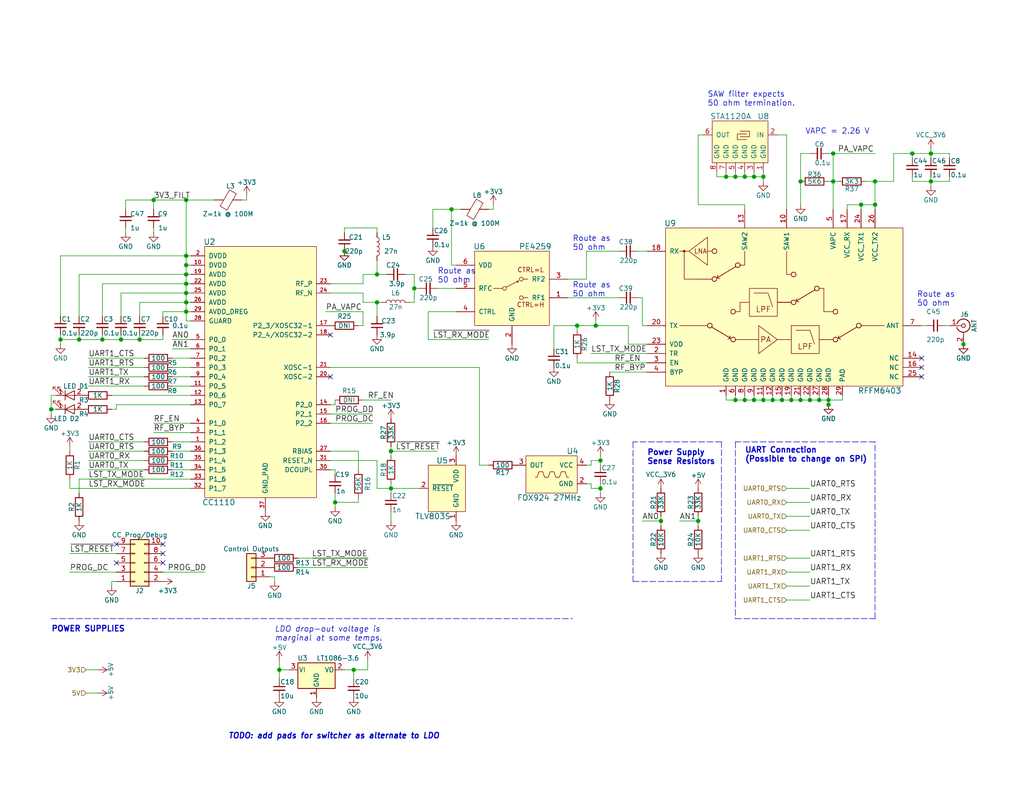
<source format=kicad_sch>
(kicad_sch (version 20210621) (generator eeschema)

  (uuid 31b0c6a8-031c-465a-a937-d97b09c540f9)

  (paper "USLetter")

  (title_block
    (title "OpenLST Reference Design")
    (date "2018-08-02")
    (rev "2.1")
    (comment 1 "Drawn by Ryan Kingsbury")
    (comment 2 "License")
    (comment 3 "This work is licensed under a Creative Commons Attribution-ShareAlike 4.0 International")
    (comment 4 "Copyright 2018 Planet Labs Inc")
  )

  

  (junction (at 13.97 111.76) (diameter 1.016) (color 0 0 0 0))
  (junction (at 16.51 92.71) (diameter 1.016) (color 0 0 0 0))
  (junction (at 21.59 92.71) (diameter 1.016) (color 0 0 0 0))
  (junction (at 27.94 92.71) (diameter 1.016) (color 0 0 0 0))
  (junction (at 33.02 92.71) (diameter 1.016) (color 0 0 0 0))
  (junction (at 38.1 92.71) (diameter 1.016) (color 0 0 0 0))
  (junction (at 41.91 54.61) (diameter 1.016) (color 0 0 0 0))
  (junction (at 50.8 54.61) (diameter 1.016) (color 0 0 0 0))
  (junction (at 50.8 69.85) (diameter 1.016) (color 0 0 0 0))
  (junction (at 50.8 72.39) (diameter 1.016) (color 0 0 0 0))
  (junction (at 50.8 74.93) (diameter 1.016) (color 0 0 0 0))
  (junction (at 50.8 77.47) (diameter 1.016) (color 0 0 0 0))
  (junction (at 50.8 80.01) (diameter 1.016) (color 0 0 0 0))
  (junction (at 50.8 82.55) (diameter 1.016) (color 0 0 0 0))
  (junction (at 50.8 85.09) (diameter 1.016) (color 0 0 0 0))
  (junction (at 76.2 182.88) (diameter 1.016) (color 0 0 0 0))
  (junction (at 91.44 137.16) (diameter 1.016) (color 0 0 0 0))
  (junction (at 93.98 68.58) (diameter 1.016) (color 0 0 0 0))
  (junction (at 96.52 182.88) (diameter 1.016) (color 0 0 0 0))
  (junction (at 102.87 74.93) (diameter 1.016) (color 0 0 0 0))
  (junction (at 102.87 82.55) (diameter 1.016) (color 0 0 0 0))
  (junction (at 106.68 123.19) (diameter 1.016) (color 0 0 0 0))
  (junction (at 106.68 133.35) (diameter 1.016) (color 0 0 0 0))
  (junction (at 113.03 78.74) (diameter 1.016) (color 0 0 0 0))
  (junction (at 123.19 57.15) (diameter 1.016) (color 0 0 0 0))
  (junction (at 157.48 88.9) (diameter 1.016) (color 0 0 0 0))
  (junction (at 162.56 88.9) (diameter 1.016) (color 0 0 0 0))
  (junction (at 163.83 125.73) (diameter 1.016) (color 0 0 0 0))
  (junction (at 163.83 133.35) (diameter 1.016) (color 0 0 0 0))
  (junction (at 180.34 142.24) (diameter 1.016) (color 0 0 0 0))
  (junction (at 190.5 142.24) (diameter 1.016) (color 0 0 0 0))
  (junction (at 198.12 48.26) (diameter 1.016) (color 0 0 0 0))
  (junction (at 200.66 48.26) (diameter 1.016) (color 0 0 0 0))
  (junction (at 200.66 109.22) (diameter 1.016) (color 0 0 0 0))
  (junction (at 203.2 48.26) (diameter 1.016) (color 0 0 0 0))
  (junction (at 203.2 109.22) (diameter 1.016) (color 0 0 0 0))
  (junction (at 205.74 48.26) (diameter 1.016) (color 0 0 0 0))
  (junction (at 205.74 109.22) (diameter 1.016) (color 0 0 0 0))
  (junction (at 208.28 48.26) (diameter 1.016) (color 0 0 0 0))
  (junction (at 208.28 109.22) (diameter 1.016) (color 0 0 0 0))
  (junction (at 210.82 109.22) (diameter 1.016) (color 0 0 0 0))
  (junction (at 213.36 109.22) (diameter 1.016) (color 0 0 0 0))
  (junction (at 215.9 109.22) (diameter 1.016) (color 0 0 0 0))
  (junction (at 218.44 49.53) (diameter 1.016) (color 0 0 0 0))
  (junction (at 218.44 109.22) (diameter 1.016) (color 0 0 0 0))
  (junction (at 220.98 109.22) (diameter 1.016) (color 0 0 0 0))
  (junction (at 223.52 109.22) (diameter 1.016) (color 0 0 0 0))
  (junction (at 226.06 109.22) (diameter 1.016) (color 0 0 0 0))
  (junction (at 226.06 110.49) (diameter 1.016) (color 0 0 0 0))
  (junction (at 227.33 41.91) (diameter 1.016) (color 0 0 0 0))
  (junction (at 227.33 49.53) (diameter 1.016) (color 0 0 0 0))
  (junction (at 234.95 55.88) (diameter 1.016) (color 0 0 0 0))
  (junction (at 238.76 49.53) (diameter 1.016) (color 0 0 0 0))
  (junction (at 238.76 55.88) (diameter 1.016) (color 0 0 0 0))
  (junction (at 248.92 41.91) (diameter 1.016) (color 0 0 0 0))
  (junction (at 254 41.91) (diameter 1.016) (color 0 0 0 0))
  (junction (at 254 49.53) (diameter 1.016) (color 0 0 0 0))
  (junction (at 262.89 93.98) (diameter 1.016) (color 0 0 0 0))

  (no_connect (at 31.75 148.59) (uuid bd1c0dc9-9dab-4a8e-960f-1be5fb624ba2))
  (no_connect (at 31.75 153.67) (uuid 2835a888-a3b6-4aa1-bcc0-c16b4cc0a324))
  (no_connect (at 44.45 148.59) (uuid 1ed7ac17-6c61-4e9a-a0a5-ce3e8a7df851))
  (no_connect (at 44.45 151.13) (uuid edbe6432-cdc2-4880-a5a5-187633fe248e))
  (no_connect (at 44.45 153.67) (uuid ebb02fa3-ca97-44d1-9429-1497c5b0f1f5))
  (no_connect (at 90.17 91.44) (uuid 07da0a64-f33b-469a-973d-c9b25dd8db9e))
  (no_connect (at 90.17 102.87) (uuid 39387e56-b387-4959-94ce-73d8a78be2b3))
  (no_connect (at 251.46 97.79) (uuid f69c727c-cf15-44ef-bbb7-55c493ba44b2))
  (no_connect (at 251.46 100.33) (uuid ee771831-bd6c-4140-95ae-f4245c540cb3))
  (no_connect (at 251.46 102.87) (uuid db1a56a6-b7b9-4146-8cd1-d658900b5370))

  (wire (pts (xy 13.97 107.95) (xy 13.97 111.76))
    (stroke (width 0) (type solid) (color 0 0 0 0))
    (uuid 1bb1f057-7a05-4294-a49e-936fe0500f13)
  )
  (wire (pts (xy 13.97 111.76) (xy 13.97 113.03))
    (stroke (width 0) (type solid) (color 0 0 0 0))
    (uuid 86598eef-286e-41aa-9aaa-73795ceeaaf8)
  )
  (wire (pts (xy 15.24 107.95) (xy 13.97 107.95))
    (stroke (width 0) (type solid) (color 0 0 0 0))
    (uuid f924816a-3110-4a1c-942a-8ecf950371c1)
  )
  (wire (pts (xy 15.24 111.76) (xy 13.97 111.76))
    (stroke (width 0) (type solid) (color 0 0 0 0))
    (uuid 6f862ca1-90c0-48f7-86da-323cfc2ede99)
  )
  (wire (pts (xy 16.51 69.85) (xy 50.8 69.85))
    (stroke (width 0) (type solid) (color 0 0 0 0))
    (uuid cb64e1e3-a20b-4d0d-9852-74e7a2db52d2)
  )
  (wire (pts (xy 16.51 86.36) (xy 16.51 69.85))
    (stroke (width 0) (type solid) (color 0 0 0 0))
    (uuid bfb94146-2417-495c-afbe-daff6e2e6224)
  )
  (wire (pts (xy 16.51 91.44) (xy 16.51 92.71))
    (stroke (width 0) (type solid) (color 0 0 0 0))
    (uuid eb9af990-f5b6-4fdb-9c6e-401bba58275f)
  )
  (wire (pts (xy 16.51 92.71) (xy 16.51 93.98))
    (stroke (width 0) (type solid) (color 0 0 0 0))
    (uuid 89222843-b49d-4c08-9523-521b36dafc0d)
  )
  (wire (pts (xy 16.51 92.71) (xy 21.59 92.71))
    (stroke (width 0) (type solid) (color 0 0 0 0))
    (uuid 7d1a05ed-443c-4314-b7c9-2cacda5c61d0)
  )
  (wire (pts (xy 19.05 121.92) (xy 19.05 123.19))
    (stroke (width 0) (type solid) (color 0 0 0 0))
    (uuid b3cb7d03-5bef-4d3f-823f-001cb79fd627)
  )
  (wire (pts (xy 19.05 130.81) (xy 19.05 133.35))
    (stroke (width 0) (type solid) (color 0 0 0 0))
    (uuid 1e1bea3b-7b95-4b92-8311-8c0cf9ab3b11)
  )
  (wire (pts (xy 19.05 133.35) (xy 52.07 133.35))
    (stroke (width 0) (type solid) (color 0 0 0 0))
    (uuid 679b6ff4-ae13-41cd-ba2f-d2c2284c2873)
  )
  (wire (pts (xy 19.05 156.21) (xy 31.75 156.21))
    (stroke (width 0) (type solid) (color 0 0 0 0))
    (uuid e04dccd5-03b9-4fdb-a892-6917746ff057)
  )
  (wire (pts (xy 21.59 74.93) (xy 50.8 74.93))
    (stroke (width 0) (type solid) (color 0 0 0 0))
    (uuid 0e846a0c-79e7-488b-ba52-6f3e26c690b2)
  )
  (wire (pts (xy 21.59 86.36) (xy 21.59 74.93))
    (stroke (width 0) (type solid) (color 0 0 0 0))
    (uuid 2b149225-5dc2-45e9-91fc-16c401e34f41)
  )
  (wire (pts (xy 21.59 92.71) (xy 21.59 91.44))
    (stroke (width 0) (type solid) (color 0 0 0 0))
    (uuid d7b097e6-c42e-4ddb-9f9d-388cd499f661)
  )
  (wire (pts (xy 21.59 92.71) (xy 27.94 92.71))
    (stroke (width 0) (type solid) (color 0 0 0 0))
    (uuid fa044d65-0df0-4ff4-a42b-05368d090139)
  )
  (wire (pts (xy 21.59 130.81) (xy 21.59 134.62))
    (stroke (width 0) (type solid) (color 0 0 0 0))
    (uuid eb934a01-5e67-4db4-90b6-e19d80ac31de)
  )
  (wire (pts (xy 21.59 130.81) (xy 52.07 130.81))
    (stroke (width 0) (type solid) (color 0 0 0 0))
    (uuid 8979dc7e-f18d-4026-ab5b-e25b6573fb73)
  )
  (wire (pts (xy 23.495 182.88) (xy 26.67 182.88))
    (stroke (width 0) (type solid) (color 0 0 0 0))
    (uuid c8f7fe74-b475-4c3a-9629-bc0833e95168)
  )
  (wire (pts (xy 23.495 189.23) (xy 26.67 189.23))
    (stroke (width 0) (type solid) (color 0 0 0 0))
    (uuid e45a142d-a4b4-4be3-83e8-3306d62914de)
  )
  (wire (pts (xy 27.94 77.47) (xy 50.8 77.47))
    (stroke (width 0) (type solid) (color 0 0 0 0))
    (uuid 2b38cbfa-8e29-4a9f-a100-1bf551f2379b)
  )
  (wire (pts (xy 27.94 86.36) (xy 27.94 77.47))
    (stroke (width 0) (type solid) (color 0 0 0 0))
    (uuid 9ff02183-ed72-4e70-85ff-dde8c81e6605)
  )
  (wire (pts (xy 27.94 92.71) (xy 27.94 91.44))
    (stroke (width 0) (type solid) (color 0 0 0 0))
    (uuid 952e84c0-b8c8-4fea-bf32-e32928dc1739)
  )
  (wire (pts (xy 27.94 92.71) (xy 33.02 92.71))
    (stroke (width 0) (type solid) (color 0 0 0 0))
    (uuid a6823e4a-1b88-43a7-89cf-dac1a1fa80e0)
  )
  (wire (pts (xy 30.48 107.95) (xy 52.07 107.95))
    (stroke (width 0) (type solid) (color 0 0 0 0))
    (uuid 1339e9f3-dbdf-4522-92e1-aec9a67b9324)
  )
  (wire (pts (xy 30.48 111.76) (xy 31.75 111.76))
    (stroke (width 0) (type solid) (color 0 0 0 0))
    (uuid d5f04a52-f1fa-44ea-be65-4e9bf28ccf6c)
  )
  (wire (pts (xy 30.48 158.75) (xy 31.75 158.75))
    (stroke (width 0) (type solid) (color 0 0 0 0))
    (uuid ddba8fa4-1024-48c8-81ad-669a90684c03)
  )
  (wire (pts (xy 30.48 160.02) (xy 30.48 158.75))
    (stroke (width 0) (type solid) (color 0 0 0 0))
    (uuid 70ca4b9c-6ba9-40e9-aa20-c9a2d66d2939)
  )
  (wire (pts (xy 31.75 110.49) (xy 52.07 110.49))
    (stroke (width 0) (type solid) (color 0 0 0 0))
    (uuid ed41c7f9-3093-4da0-9c54-8e56cbc886dd)
  )
  (wire (pts (xy 31.75 111.76) (xy 31.75 110.49))
    (stroke (width 0) (type solid) (color 0 0 0 0))
    (uuid a5ca4580-30d4-4218-bf4f-a3ac77c4e770)
  )
  (wire (pts (xy 31.75 151.13) (xy 19.05 151.13))
    (stroke (width 0) (type solid) (color 0 0 0 0))
    (uuid 9942928c-6d04-4425-a9e4-f3e8957c3313)
  )
  (wire (pts (xy 33.02 80.01) (xy 50.8 80.01))
    (stroke (width 0) (type solid) (color 0 0 0 0))
    (uuid a10396ae-a1e6-4d63-bd03-8767d74cde3b)
  )
  (wire (pts (xy 33.02 86.36) (xy 33.02 80.01))
    (stroke (width 0) (type solid) (color 0 0 0 0))
    (uuid 018609aa-4a55-47cc-a055-9d5ffe6dc215)
  )
  (wire (pts (xy 33.02 92.71) (xy 33.02 91.44))
    (stroke (width 0) (type solid) (color 0 0 0 0))
    (uuid 4193aa4e-27d4-47e2-b209-315899157cfd)
  )
  (wire (pts (xy 33.02 92.71) (xy 38.1 92.71))
    (stroke (width 0) (type solid) (color 0 0 0 0))
    (uuid 7f36db1b-b0d0-4014-8af0-f0ff37e1ca95)
  )
  (wire (pts (xy 34.29 54.61) (xy 41.91 54.61))
    (stroke (width 0) (type solid) (color 0 0 0 0))
    (uuid 8d8430e3-cf50-4625-899e-311c1cc157ce)
  )
  (wire (pts (xy 34.29 57.15) (xy 34.29 54.61))
    (stroke (width 0) (type solid) (color 0 0 0 0))
    (uuid 6143c7b4-fbb2-45fd-ae4d-d5d7d54ec9f8)
  )
  (wire (pts (xy 34.29 63.5) (xy 34.29 62.23))
    (stroke (width 0) (type solid) (color 0 0 0 0))
    (uuid b7a6c40f-260f-4ac6-8439-fa628d8230aa)
  )
  (wire (pts (xy 38.1 82.55) (xy 50.8 82.55))
    (stroke (width 0) (type solid) (color 0 0 0 0))
    (uuid d0acf503-0287-4f12-a3a1-ed6526d69b81)
  )
  (wire (pts (xy 38.1 86.36) (xy 38.1 82.55))
    (stroke (width 0) (type solid) (color 0 0 0 0))
    (uuid 8e2d5558-3ef2-4127-b8dc-234d5ce7d871)
  )
  (wire (pts (xy 38.1 92.71) (xy 38.1 91.44))
    (stroke (width 0) (type solid) (color 0 0 0 0))
    (uuid 5d905b77-c992-47fd-9ec9-f563731f1cb4)
  )
  (wire (pts (xy 38.1 92.71) (xy 44.45 92.71))
    (stroke (width 0) (type solid) (color 0 0 0 0))
    (uuid 113ffbe2-2693-4119-bdb8-11dea62ba7f3)
  )
  (wire (pts (xy 39.37 97.79) (xy 24.13 97.79))
    (stroke (width 0) (type solid) (color 0 0 0 0))
    (uuid ed1e253d-6c9b-430f-9666-f0dc8a16c152)
  )
  (wire (pts (xy 39.37 100.33) (xy 24.13 100.33))
    (stroke (width 0) (type solid) (color 0 0 0 0))
    (uuid 1be0fc7d-9bed-48af-9ec7-8e30faddf4a0)
  )
  (wire (pts (xy 39.37 102.87) (xy 24.13 102.87))
    (stroke (width 0) (type solid) (color 0 0 0 0))
    (uuid 45f42130-b1fa-4f79-977e-fc1c0d6128eb)
  )
  (wire (pts (xy 39.37 105.41) (xy 24.13 105.41))
    (stroke (width 0) (type solid) (color 0 0 0 0))
    (uuid 9cd9be39-9698-4d9a-9cde-3cf075bcc625)
  )
  (wire (pts (xy 39.37 120.65) (xy 24.13 120.65))
    (stroke (width 0) (type solid) (color 0 0 0 0))
    (uuid 63e5da63-984b-4325-825d-29e69a73e506)
  )
  (wire (pts (xy 39.37 123.19) (xy 24.13 123.19))
    (stroke (width 0) (type solid) (color 0 0 0 0))
    (uuid b81aeb5d-43a7-4688-8d97-2d73822fd324)
  )
  (wire (pts (xy 39.37 125.73) (xy 24.13 125.73))
    (stroke (width 0) (type solid) (color 0 0 0 0))
    (uuid a9660e5a-ff1c-47bd-ae35-d302e675c3aa)
  )
  (wire (pts (xy 39.37 128.27) (xy 24.13 128.27))
    (stroke (width 0) (type solid) (color 0 0 0 0))
    (uuid dd5a4d2c-6ee6-4a52-a18e-240856b10640)
  )
  (wire (pts (xy 41.91 54.61) (xy 41.91 57.15))
    (stroke (width 0) (type solid) (color 0 0 0 0))
    (uuid 13f71410-5410-4ee0-813d-1adc8d49fa82)
  )
  (wire (pts (xy 41.91 54.61) (xy 50.8 54.61))
    (stroke (width 0) (type solid) (color 0 0 0 0))
    (uuid 69b52d80-69ad-48b4-b665-c0c61f72ca5c)
  )
  (wire (pts (xy 41.91 62.23) (xy 41.91 63.5))
    (stroke (width 0) (type solid) (color 0 0 0 0))
    (uuid 794982b6-1e4b-408a-aced-4257bf0d635e)
  )
  (wire (pts (xy 44.45 85.09) (xy 44.45 86.36))
    (stroke (width 0) (type solid) (color 0 0 0 0))
    (uuid eb4fe28e-f23b-4ba5-ba31-1ea19fffb5fc)
  )
  (wire (pts (xy 44.45 85.09) (xy 50.8 85.09))
    (stroke (width 0) (type solid) (color 0 0 0 0))
    (uuid 001f07de-c19f-406c-b57a-a7031dae9029)
  )
  (wire (pts (xy 44.45 92.71) (xy 44.45 91.44))
    (stroke (width 0) (type solid) (color 0 0 0 0))
    (uuid 54a1236e-60f0-4f92-969f-4da647f5803a)
  )
  (wire (pts (xy 44.45 156.21) (xy 55.88 156.21))
    (stroke (width 0) (type solid) (color 0 0 0 0))
    (uuid efcb3cc7-472b-44ec-86ad-fcc124a008aa)
  )
  (wire (pts (xy 46.99 97.79) (xy 52.07 97.79))
    (stroke (width 0) (type solid) (color 0 0 0 0))
    (uuid 9f3ea1b8-ca2d-47d5-80c0-497174ee604e)
  )
  (wire (pts (xy 46.99 100.33) (xy 52.07 100.33))
    (stroke (width 0) (type solid) (color 0 0 0 0))
    (uuid e8b3b3a2-cec0-469c-a903-39235bd091dd)
  )
  (wire (pts (xy 46.99 102.87) (xy 52.07 102.87))
    (stroke (width 0) (type solid) (color 0 0 0 0))
    (uuid 33868d29-aa24-43a3-a8e1-dfd4f210cd45)
  )
  (wire (pts (xy 46.99 105.41) (xy 52.07 105.41))
    (stroke (width 0) (type solid) (color 0 0 0 0))
    (uuid f92e9403-01cf-46fb-bf3d-1fce55a4cb9e)
  )
  (wire (pts (xy 46.99 120.65) (xy 52.07 120.65))
    (stroke (width 0) (type solid) (color 0 0 0 0))
    (uuid 65f8db90-bcee-42cd-aff6-f9c60f72bc15)
  )
  (wire (pts (xy 46.99 123.19) (xy 52.07 123.19))
    (stroke (width 0) (type solid) (color 0 0 0 0))
    (uuid d290f9c6-590c-4735-a434-3b632c88ffb8)
  )
  (wire (pts (xy 46.99 125.73) (xy 52.07 125.73))
    (stroke (width 0) (type solid) (color 0 0 0 0))
    (uuid b8e393ea-6246-40cb-af9d-35795b2dad95)
  )
  (wire (pts (xy 46.99 128.27) (xy 52.07 128.27))
    (stroke (width 0) (type solid) (color 0 0 0 0))
    (uuid d52cd717-f4c3-441c-ab95-57fd2e3990b4)
  )
  (wire (pts (xy 50.8 54.61) (xy 50.8 69.85))
    (stroke (width 0) (type solid) (color 0 0 0 0))
    (uuid 1cb0e9c4-c7da-4efc-bab7-fd9f130b250f)
  )
  (wire (pts (xy 50.8 54.61) (xy 58.42 54.61))
    (stroke (width 0) (type solid) (color 0 0 0 0))
    (uuid 279d666b-4bf9-4ad3-9e47-e7d284e8b248)
  )
  (wire (pts (xy 50.8 69.85) (xy 50.8 72.39))
    (stroke (width 0) (type solid) (color 0 0 0 0))
    (uuid a343497b-c29d-483a-9660-8a714e911b40)
  )
  (wire (pts (xy 50.8 69.85) (xy 52.07 69.85))
    (stroke (width 0) (type solid) (color 0 0 0 0))
    (uuid 7d0e0291-71de-4189-8f7d-2298754407f1)
  )
  (wire (pts (xy 50.8 72.39) (xy 50.8 74.93))
    (stroke (width 0) (type solid) (color 0 0 0 0))
    (uuid 1b5f8d9f-c23f-4236-9fd7-834c95ba777f)
  )
  (wire (pts (xy 50.8 72.39) (xy 52.07 72.39))
    (stroke (width 0) (type solid) (color 0 0 0 0))
    (uuid c9b7ba65-58a6-471e-b4dc-f071eee93d01)
  )
  (wire (pts (xy 50.8 74.93) (xy 50.8 77.47))
    (stroke (width 0) (type solid) (color 0 0 0 0))
    (uuid 950b441d-dca9-4246-b8e4-b044da04c1f9)
  )
  (wire (pts (xy 50.8 74.93) (xy 52.07 74.93))
    (stroke (width 0) (type solid) (color 0 0 0 0))
    (uuid 54d13763-408b-4a41-9186-7e3af4a919ac)
  )
  (wire (pts (xy 50.8 77.47) (xy 50.8 80.01))
    (stroke (width 0) (type solid) (color 0 0 0 0))
    (uuid 1a979674-d889-47de-966a-8123d483e225)
  )
  (wire (pts (xy 50.8 77.47) (xy 52.07 77.47))
    (stroke (width 0) (type solid) (color 0 0 0 0))
    (uuid aac38559-f386-4ec1-a157-c1f05f398a5c)
  )
  (wire (pts (xy 50.8 80.01) (xy 50.8 82.55))
    (stroke (width 0) (type solid) (color 0 0 0 0))
    (uuid 3b8b6c41-2a6e-4dbf-8bc2-90b6df22e0b4)
  )
  (wire (pts (xy 50.8 80.01) (xy 52.07 80.01))
    (stroke (width 0) (type solid) (color 0 0 0 0))
    (uuid b33cf266-84d0-4c7c-a18c-865e9f48e2f0)
  )
  (wire (pts (xy 50.8 82.55) (xy 50.8 85.09))
    (stroke (width 0) (type solid) (color 0 0 0 0))
    (uuid b511643a-40b1-400d-8189-5eebb4df6d85)
  )
  (wire (pts (xy 50.8 82.55) (xy 52.07 82.55))
    (stroke (width 0) (type solid) (color 0 0 0 0))
    (uuid 964ab87e-9f66-4e7e-ae1f-1a03d2bb00ab)
  )
  (wire (pts (xy 50.8 85.09) (xy 50.8 87.63))
    (stroke (width 0) (type solid) (color 0 0 0 0))
    (uuid 0e72e75f-373b-435d-b33b-09ebfd173830)
  )
  (wire (pts (xy 50.8 85.09) (xy 52.07 85.09))
    (stroke (width 0) (type solid) (color 0 0 0 0))
    (uuid b9abca4b-f17e-49da-9cf2-36b785c7066a)
  )
  (wire (pts (xy 50.8 87.63) (xy 52.07 87.63))
    (stroke (width 0) (type solid) (color 0 0 0 0))
    (uuid b8de970d-f9b3-4edd-a4c1-79bb1ba723bf)
  )
  (wire (pts (xy 52.07 92.71) (xy 46.99 92.71))
    (stroke (width 0) (type solid) (color 0 0 0 0))
    (uuid 56ce3273-3ee0-4329-bbcd-d8b69a8f3070)
  )
  (wire (pts (xy 52.07 95.25) (xy 46.99 95.25))
    (stroke (width 0) (type solid) (color 0 0 0 0))
    (uuid e6f86d11-c777-4a7b-a341-dd4ba83f8cb9)
  )
  (wire (pts (xy 52.07 115.57) (xy 41.91 115.57))
    (stroke (width 0) (type solid) (color 0 0 0 0))
    (uuid ce68e74f-46c4-471a-bb68-0a1d2d36e7b4)
  )
  (wire (pts (xy 52.07 118.11) (xy 41.91 118.11))
    (stroke (width 0) (type solid) (color 0 0 0 0))
    (uuid d67f9b0e-275f-4dfc-9094-a32d66c82ef7)
  )
  (wire (pts (xy 67.31 53.34) (xy 67.31 54.61))
    (stroke (width 0) (type solid) (color 0 0 0 0))
    (uuid 3c7b332a-4c7a-4be5-a625-ceb96b7861ae)
  )
  (wire (pts (xy 67.31 54.61) (xy 66.04 54.61))
    (stroke (width 0) (type solid) (color 0 0 0 0))
    (uuid 10e88112-67c2-446f-b77b-b8a3b994c6ea)
  )
  (wire (pts (xy 73.66 157.48) (xy 74.93 157.48))
    (stroke (width 0) (type solid) (color 0 0 0 0))
    (uuid d08771cf-a1f2-4353-aa29-79f7dad276b9)
  )
  (wire (pts (xy 74.93 157.48) (xy 74.93 158.75))
    (stroke (width 0) (type solid) (color 0 0 0 0))
    (uuid 48a74c96-989d-4fa5-b2a0-276dce85907d)
  )
  (wire (pts (xy 76.2 180.34) (xy 76.2 182.88))
    (stroke (width 0) (type solid) (color 0 0 0 0))
    (uuid 5ac20b77-6e7a-4ad8-b46f-4b9b0378999c)
  )
  (wire (pts (xy 76.2 182.88) (xy 76.2 185.42))
    (stroke (width 0) (type solid) (color 0 0 0 0))
    (uuid 8ada8829-c43f-4212-af68-6e8f642bc722)
  )
  (wire (pts (xy 76.2 182.88) (xy 78.74 182.88))
    (stroke (width 0) (type solid) (color 0 0 0 0))
    (uuid 930f14e2-f38d-401a-805a-ba1dadf3f393)
  )
  (wire (pts (xy 81.28 152.4) (xy 100.33 152.4))
    (stroke (width 0) (type solid) (color 0 0 0 0))
    (uuid c6654a9d-4cbb-48d0-a16d-092d139d39d0)
  )
  (wire (pts (xy 81.28 154.94) (xy 100.33 154.94))
    (stroke (width 0) (type solid) (color 0 0 0 0))
    (uuid d2c8f905-e555-41f4-8168-eea8be832fa5)
  )
  (wire (pts (xy 90.17 100.33) (xy 130.81 100.33))
    (stroke (width 0) (type solid) (color 0 0 0 0))
    (uuid 0d2c17bc-b8aa-45c1-b925-6665cb347660)
  )
  (wire (pts (xy 90.17 110.49) (xy 91.44 110.49))
    (stroke (width 0) (type solid) (color 0 0 0 0))
    (uuid 8a511972-6230-4497-bf58-3bf0d5a2b0bb)
  )
  (wire (pts (xy 90.17 113.03) (xy 101.6 113.03))
    (stroke (width 0) (type solid) (color 0 0 0 0))
    (uuid 967ad674-4fdb-4590-bba2-78200aa5c49d)
  )
  (wire (pts (xy 90.17 115.57) (xy 101.6 115.57))
    (stroke (width 0) (type solid) (color 0 0 0 0))
    (uuid 94d320cd-6eac-440c-bde0-344a8a565c6e)
  )
  (wire (pts (xy 90.17 123.19) (xy 97.79 123.19))
    (stroke (width 0) (type solid) (color 0 0 0 0))
    (uuid 6433c154-fe65-4b82-8e3c-617090328608)
  )
  (wire (pts (xy 90.17 125.73) (xy 102.87 125.73))
    (stroke (width 0) (type solid) (color 0 0 0 0))
    (uuid 29ab046f-fabe-47c6-935c-bbb7ccacdac1)
  )
  (wire (pts (xy 90.17 128.27) (xy 91.44 128.27))
    (stroke (width 0) (type solid) (color 0 0 0 0))
    (uuid 96a09475-4977-46b1-9ca4-9249e3c3e17e)
  )
  (wire (pts (xy 91.44 110.49) (xy 91.44 109.22))
    (stroke (width 0) (type solid) (color 0 0 0 0))
    (uuid a176db7b-8c29-491e-ac4f-d39af84cb433)
  )
  (wire (pts (xy 91.44 128.27) (xy 91.44 129.54))
    (stroke (width 0) (type solid) (color 0 0 0 0))
    (uuid dbb491f7-72a2-43e9-ab06-0fe26e989057)
  )
  (wire (pts (xy 91.44 134.62) (xy 91.44 137.16))
    (stroke (width 0) (type solid) (color 0 0 0 0))
    (uuid ec847763-bc21-4ad3-b227-d0f024d6c1bc)
  )
  (wire (pts (xy 91.44 137.16) (xy 91.44 138.43))
    (stroke (width 0) (type solid) (color 0 0 0 0))
    (uuid 9a336e60-212c-4b0f-b392-b5a1c8b9f766)
  )
  (wire (pts (xy 93.98 62.23) (xy 93.98 63.5))
    (stroke (width 0) (type solid) (color 0 0 0 0))
    (uuid faa43d21-2a70-4aaa-9904-6e24ad0fefd3)
  )
  (wire (pts (xy 93.98 182.88) (xy 96.52 182.88))
    (stroke (width 0) (type solid) (color 0 0 0 0))
    (uuid 5ee4d1d0-3796-45fd-99ad-e5991c2c6e77)
  )
  (wire (pts (xy 96.52 182.88) (xy 100.33 182.88))
    (stroke (width 0) (type solid) (color 0 0 0 0))
    (uuid d157648c-ea67-4c4c-9397-f3ce181bc950)
  )
  (wire (pts (xy 96.52 185.42) (xy 96.52 182.88))
    (stroke (width 0) (type solid) (color 0 0 0 0))
    (uuid 4c62d150-5f67-481b-9ac0-d7719c3b0b3d)
  )
  (wire (pts (xy 97.79 88.9) (xy 99.06 88.9))
    (stroke (width 0) (type solid) (color 0 0 0 0))
    (uuid 73468ba7-6cdc-4032-bbd4-28e07c379c25)
  )
  (wire (pts (xy 97.79 123.19) (xy 97.79 128.27))
    (stroke (width 0) (type solid) (color 0 0 0 0))
    (uuid 166b26ff-bfb3-406d-ad92-203f5b99e068)
  )
  (wire (pts (xy 97.79 135.89) (xy 97.79 137.16))
    (stroke (width 0) (type solid) (color 0 0 0 0))
    (uuid fdd62f51-1ad1-465c-9fad-0c274ea49d84)
  )
  (wire (pts (xy 97.79 137.16) (xy 91.44 137.16))
    (stroke (width 0) (type solid) (color 0 0 0 0))
    (uuid 581955b6-e8e4-4d61-a578-7709ab29ac75)
  )
  (wire (pts (xy 99.06 74.93) (xy 102.87 74.93))
    (stroke (width 0) (type solid) (color 0 0 0 0))
    (uuid 32085c14-c8ff-4c74-bb8f-f38df5e2722c)
  )
  (wire (pts (xy 99.06 77.47) (xy 90.17 77.47))
    (stroke (width 0) (type solid) (color 0 0 0 0))
    (uuid 6365cebb-414f-484d-9061-826154abad6e)
  )
  (wire (pts (xy 99.06 77.47) (xy 99.06 74.93))
    (stroke (width 0) (type solid) (color 0 0 0 0))
    (uuid e4bf8525-4603-4e18-aec0-5f19b64d8360)
  )
  (wire (pts (xy 99.06 80.01) (xy 90.17 80.01))
    (stroke (width 0) (type solid) (color 0 0 0 0))
    (uuid b367b5bf-7a24-4358-9d1e-f79ddc82a910)
  )
  (wire (pts (xy 99.06 82.55) (xy 99.06 80.01))
    (stroke (width 0) (type solid) (color 0 0 0 0))
    (uuid 4f299961-cb99-4155-869d-50162b2f4adb)
  )
  (wire (pts (xy 99.06 82.55) (xy 102.87 82.55))
    (stroke (width 0) (type solid) (color 0 0 0 0))
    (uuid 33484def-ab78-43f8-b650-7fbc44c41130)
  )
  (wire (pts (xy 99.06 85.09) (xy 88.9 85.09))
    (stroke (width 0) (type solid) (color 0 0 0 0))
    (uuid 92a13905-a032-40c2-a66e-1f7a1591878e)
  )
  (wire (pts (xy 99.06 88.9) (xy 99.06 85.09))
    (stroke (width 0) (type solid) (color 0 0 0 0))
    (uuid 4379819c-3929-474f-9d68-fda9f54ff7ab)
  )
  (wire (pts (xy 99.06 109.22) (xy 106.68 109.22))
    (stroke (width 0) (type solid) (color 0 0 0 0))
    (uuid 09a75c36-fcdf-40c7-95be-3890ff327f77)
  )
  (wire (pts (xy 100.33 182.88) (xy 100.33 180.34))
    (stroke (width 0) (type solid) (color 0 0 0 0))
    (uuid 9aecbff8-272b-4000-b994-3e9150661bcc)
  )
  (wire (pts (xy 102.87 62.23) (xy 93.98 62.23))
    (stroke (width 0) (type solid) (color 0 0 0 0))
    (uuid df8873e8-3556-4909-b139-e0545041b2cc)
  )
  (wire (pts (xy 102.87 63.5) (xy 102.87 62.23))
    (stroke (width 0) (type solid) (color 0 0 0 0))
    (uuid d6338f31-daac-4ead-9090-402dc77df3a0)
  )
  (wire (pts (xy 102.87 74.93) (xy 102.87 71.12))
    (stroke (width 0) (type solid) (color 0 0 0 0))
    (uuid 98631438-24a5-4be5-97df-07b393f677ac)
  )
  (wire (pts (xy 102.87 74.93) (xy 105.41 74.93))
    (stroke (width 0) (type solid) (color 0 0 0 0))
    (uuid 3762fd96-ca19-4d8c-abf7-c53e54f6a257)
  )
  (wire (pts (xy 102.87 82.55) (xy 102.87 86.36))
    (stroke (width 0) (type solid) (color 0 0 0 0))
    (uuid 941a20ed-fa27-4664-8d2b-d2be14d4f4cb)
  )
  (wire (pts (xy 102.87 82.55) (xy 104.14 82.55))
    (stroke (width 0) (type solid) (color 0 0 0 0))
    (uuid 836eec7c-fbf7-467e-9160-a1fb985d7965)
  )
  (wire (pts (xy 102.87 125.73) (xy 102.87 133.35))
    (stroke (width 0) (type solid) (color 0 0 0 0))
    (uuid 3ee5e65d-a9c9-4286-9944-68ba1a61bfab)
  )
  (wire (pts (xy 102.87 133.35) (xy 106.68 133.35))
    (stroke (width 0) (type solid) (color 0 0 0 0))
    (uuid 89ab63f3-a5eb-418a-8dbc-aa545fe2fda3)
  )
  (wire (pts (xy 106.68 121.92) (xy 106.68 123.19))
    (stroke (width 0) (type solid) (color 0 0 0 0))
    (uuid 54344b2a-2650-4b56-91ff-bdecd1faf38e)
  )
  (wire (pts (xy 106.68 123.19) (xy 106.68 124.46))
    (stroke (width 0) (type solid) (color 0 0 0 0))
    (uuid a7534b1c-6bd7-4b3c-b826-0f8aecc26bfe)
  )
  (wire (pts (xy 106.68 123.19) (xy 119.38 123.19))
    (stroke (width 0) (type solid) (color 0 0 0 0))
    (uuid 11ba78fb-ebb8-4e98-bba1-f0585b1932a3)
  )
  (wire (pts (xy 106.68 132.08) (xy 106.68 133.35))
    (stroke (width 0) (type solid) (color 0 0 0 0))
    (uuid bf84d9fe-6459-41be-a870-c95042cc3f78)
  )
  (wire (pts (xy 106.68 133.35) (xy 106.68 134.62))
    (stroke (width 0) (type solid) (color 0 0 0 0))
    (uuid 395246a0-dfae-4edc-84be-fb6438d41959)
  )
  (wire (pts (xy 106.68 133.35) (xy 114.3 133.35))
    (stroke (width 0) (type solid) (color 0 0 0 0))
    (uuid 97dee1c5-1752-40ec-895c-59c7251891d6)
  )
  (wire (pts (xy 106.68 139.7) (xy 106.68 142.24))
    (stroke (width 0) (type solid) (color 0 0 0 0))
    (uuid 6a881b4f-f930-4a66-8bdf-86e7465705b9)
  )
  (wire (pts (xy 113.03 74.93) (xy 110.49 74.93))
    (stroke (width 0) (type solid) (color 0 0 0 0))
    (uuid 9dd56ac8-9abf-4157-88e2-88bcce904546)
  )
  (wire (pts (xy 113.03 74.93) (xy 113.03 78.74))
    (stroke (width 0) (type solid) (color 0 0 0 0))
    (uuid 76643cc2-fb16-4b06-b4bf-d87e9ec768d8)
  )
  (wire (pts (xy 113.03 78.74) (xy 113.03 82.55))
    (stroke (width 0) (type solid) (color 0 0 0 0))
    (uuid 6abb27ad-4d38-40cf-8038-be001f72ae20)
  )
  (wire (pts (xy 113.03 82.55) (xy 111.76 82.55))
    (stroke (width 0) (type solid) (color 0 0 0 0))
    (uuid 99889696-89ef-4390-8c65-b5d8d436ce33)
  )
  (wire (pts (xy 114.3 78.74) (xy 113.03 78.74))
    (stroke (width 0) (type solid) (color 0 0 0 0))
    (uuid 1610813a-e559-45d0-9b55-e6c52062ab57)
  )
  (wire (pts (xy 116.84 85.09) (xy 116.84 92.71))
    (stroke (width 0) (type solid) (color 0 0 0 0))
    (uuid dd0cc9d9-5091-4105-93b7-7ba2b256a195)
  )
  (wire (pts (xy 116.84 92.71) (xy 133.35 92.71))
    (stroke (width 0) (type solid) (color 0 0 0 0))
    (uuid 35c1ac7b-c789-4037-960a-7da6b39d1275)
  )
  (wire (pts (xy 118.11 57.15) (xy 123.19 57.15))
    (stroke (width 0) (type solid) (color 0 0 0 0))
    (uuid fc461800-3596-4718-80aa-8bd7451a9c71)
  )
  (wire (pts (xy 118.11 62.23) (xy 118.11 57.15))
    (stroke (width 0) (type solid) (color 0 0 0 0))
    (uuid 6e0424bf-28d4-4ff1-8b3c-ca4d729a8042)
  )
  (wire (pts (xy 119.38 78.74) (xy 124.46 78.74))
    (stroke (width 0) (type solid) (color 0 0 0 0))
    (uuid 59a5fd7b-8259-4e93-ab13-6e69cc5d3810)
  )
  (wire (pts (xy 123.19 57.15) (xy 123.19 72.39))
    (stroke (width 0) (type solid) (color 0 0 0 0))
    (uuid 7a45da04-9607-4770-b85f-b923c3ad2189)
  )
  (wire (pts (xy 123.19 57.15) (xy 125.73 57.15))
    (stroke (width 0) (type solid) (color 0 0 0 0))
    (uuid 6a80006e-9704-4dc7-8552-a3db52873233)
  )
  (wire (pts (xy 123.19 72.39) (xy 124.46 72.39))
    (stroke (width 0) (type solid) (color 0 0 0 0))
    (uuid 66bf476c-e461-4d98-9190-21f83347191c)
  )
  (wire (pts (xy 124.46 85.09) (xy 116.84 85.09))
    (stroke (width 0) (type solid) (color 0 0 0 0))
    (uuid 1f347094-93bf-4b07-9085-d23f0392ce6c)
  )
  (wire (pts (xy 130.81 127) (xy 130.81 100.33))
    (stroke (width 0) (type solid) (color 0 0 0 0))
    (uuid 3b73e0c8-243f-471d-8ab9-f1844142f0a7)
  )
  (wire (pts (xy 133.35 127) (xy 130.81 127))
    (stroke (width 0) (type solid) (color 0 0 0 0))
    (uuid f7a46454-7e1e-4d2c-a1c2-043b88b067b0)
  )
  (wire (pts (xy 134.62 55.88) (xy 134.62 57.15))
    (stroke (width 0) (type solid) (color 0 0 0 0))
    (uuid 351e7051-f1c9-4aa2-8c25-261cf1a35681)
  )
  (wire (pts (xy 134.62 57.15) (xy 133.35 57.15))
    (stroke (width 0) (type solid) (color 0 0 0 0))
    (uuid b149c046-7381-463d-8cc5-3e6d338c5c33)
  )
  (wire (pts (xy 151.13 88.9) (xy 151.13 95.25))
    (stroke (width 0) (type solid) (color 0 0 0 0))
    (uuid af97ed5f-c59c-4176-8e24-cbfa78c82461)
  )
  (wire (pts (xy 151.13 88.9) (xy 157.48 88.9))
    (stroke (width 0) (type solid) (color 0 0 0 0))
    (uuid 4c25f994-e097-45ed-9313-a42e3921ec7f)
  )
  (wire (pts (xy 154.94 81.28) (xy 168.91 81.28))
    (stroke (width 0) (type solid) (color 0 0 0 0))
    (uuid 5d19b25a-8e45-4d54-b85c-5225f6af1723)
  )
  (wire (pts (xy 157.48 88.9) (xy 162.56 88.9))
    (stroke (width 0) (type solid) (color 0 0 0 0))
    (uuid 46f58c7c-d3d5-4dd3-b2f6-b6348c8f541b)
  )
  (wire (pts (xy 157.48 90.17) (xy 157.48 88.9))
    (stroke (width 0) (type solid) (color 0 0 0 0))
    (uuid 84e60649-87ce-446b-9b41-8379c6f5f706)
  )
  (wire (pts (xy 157.48 99.06) (xy 157.48 97.79))
    (stroke (width 0) (type solid) (color 0 0 0 0))
    (uuid a975c995-433a-422c-93e5-dd40ad786ad9)
  )
  (wire (pts (xy 157.48 99.06) (xy 176.53 99.06))
    (stroke (width 0) (type solid) (color 0 0 0 0))
    (uuid 655486e1-3625-4e66-8a89-83850994e9b1)
  )
  (wire (pts (xy 160.02 68.58) (xy 160.02 76.2))
    (stroke (width 0) (type solid) (color 0 0 0 0))
    (uuid e94598bb-7ec3-489b-ab95-57bf4218786a)
  )
  (wire (pts (xy 160.02 76.2) (xy 154.94 76.2))
    (stroke (width 0) (type solid) (color 0 0 0 0))
    (uuid 88e25da9-c291-4ef9-b838-38374b532784)
  )
  (wire (pts (xy 160.02 127) (xy 161.29 127))
    (stroke (width 0) (type solid) (color 0 0 0 0))
    (uuid dadceefd-7b97-4bbd-8150-64af4134cecc)
  )
  (wire (pts (xy 160.02 132.08) (xy 161.29 132.08))
    (stroke (width 0) (type solid) (color 0 0 0 0))
    (uuid e2d806e3-df90-449d-a22d-82a959f729dd)
  )
  (wire (pts (xy 161.29 125.73) (xy 163.83 125.73))
    (stroke (width 0) (type solid) (color 0 0 0 0))
    (uuid 62be36e0-a3b7-4c98-973d-c09628fb54f3)
  )
  (wire (pts (xy 161.29 127) (xy 161.29 125.73))
    (stroke (width 0) (type solid) (color 0 0 0 0))
    (uuid 4b26c279-3d3f-47ea-b98a-3eb81971e333)
  )
  (wire (pts (xy 161.29 132.08) (xy 161.29 133.35))
    (stroke (width 0) (type solid) (color 0 0 0 0))
    (uuid 2d3253ef-ec7d-40d3-b260-0d4265d77883)
  )
  (wire (pts (xy 161.29 133.35) (xy 163.83 133.35))
    (stroke (width 0) (type solid) (color 0 0 0 0))
    (uuid be80e220-ba5a-4619-8898-cdb79f6f44ba)
  )
  (wire (pts (xy 162.56 88.9) (xy 162.56 87.63))
    (stroke (width 0) (type solid) (color 0 0 0 0))
    (uuid 8f1cc797-05b5-4a78-93d8-2693db8fa96a)
  )
  (wire (pts (xy 162.56 88.9) (xy 171.45 88.9))
    (stroke (width 0) (type solid) (color 0 0 0 0))
    (uuid 635fb2b2-74b7-4a48-bb98-29135b228a90)
  )
  (wire (pts (xy 163.83 124.46) (xy 163.83 125.73))
    (stroke (width 0) (type solid) (color 0 0 0 0))
    (uuid 206c2727-0113-4166-a45e-63cd4490f544)
  )
  (wire (pts (xy 163.83 125.73) (xy 163.83 127))
    (stroke (width 0) (type solid) (color 0 0 0 0))
    (uuid c922cb66-a735-41c3-aa27-1a5e2c29a426)
  )
  (wire (pts (xy 163.83 132.08) (xy 163.83 133.35))
    (stroke (width 0) (type solid) (color 0 0 0 0))
    (uuid 9c6f93df-7782-4f23-8d53-0dbbb4f21081)
  )
  (wire (pts (xy 163.83 133.35) (xy 163.83 134.62))
    (stroke (width 0) (type solid) (color 0 0 0 0))
    (uuid c3ec03c1-d68d-41aa-b2f5-70870d7100ea)
  )
  (wire (pts (xy 166.37 101.6) (xy 176.53 101.6))
    (stroke (width 0) (type solid) (color 0 0 0 0))
    (uuid 1d9b658c-72c4-4fa8-8714-18f25c995c9e)
  )
  (wire (pts (xy 168.91 68.58) (xy 160.02 68.58))
    (stroke (width 0) (type solid) (color 0 0 0 0))
    (uuid 7ed1fb3a-ab8f-4237-bcd1-1524a7898e77)
  )
  (wire (pts (xy 171.45 88.9) (xy 171.45 93.98))
    (stroke (width 0) (type solid) (color 0 0 0 0))
    (uuid 167037b1-d01c-491f-a1c7-b20d8f415ca8)
  )
  (wire (pts (xy 171.45 93.98) (xy 176.53 93.98))
    (stroke (width 0) (type solid) (color 0 0 0 0))
    (uuid deb30bb5-9fff-4431-9ec9-a22b32cc8ac5)
  )
  (wire (pts (xy 173.99 68.58) (xy 176.53 68.58))
    (stroke (width 0) (type solid) (color 0 0 0 0))
    (uuid f94b5ddf-43ef-48cb-a1d3-973d6b4360af)
  )
  (wire (pts (xy 173.99 81.28) (xy 175.26 81.28))
    (stroke (width 0) (type solid) (color 0 0 0 0))
    (uuid 1a0e7ebd-54c6-4a63-a022-c0b34337dbd6)
  )
  (wire (pts (xy 175.26 81.28) (xy 175.26 88.9))
    (stroke (width 0) (type solid) (color 0 0 0 0))
    (uuid 6148ea10-01a1-4644-ba84-1ee54146d684)
  )
  (wire (pts (xy 175.26 88.9) (xy 176.53 88.9))
    (stroke (width 0) (type solid) (color 0 0 0 0))
    (uuid da8b23ec-42be-43f1-8a5e-239717cfe466)
  )
  (wire (pts (xy 176.53 96.52) (xy 161.29 96.52))
    (stroke (width 0) (type solid) (color 0 0 0 0))
    (uuid 92999079-c9b5-4e73-8e23-b257343d8a37)
  )
  (wire (pts (xy 180.34 140.97) (xy 180.34 142.24))
    (stroke (width 0) (type solid) (color 0 0 0 0))
    (uuid be05d8b3-36b3-46f4-a361-863fc8bfbb67)
  )
  (wire (pts (xy 180.34 142.24) (xy 175.26 142.24))
    (stroke (width 0) (type solid) (color 0 0 0 0))
    (uuid f1a03134-9e8e-4a2f-945a-9ef03c20a547)
  )
  (wire (pts (xy 180.34 142.24) (xy 180.34 143.51))
    (stroke (width 0) (type solid) (color 0 0 0 0))
    (uuid 91bb5605-ee93-47ce-8b47-082c7cb0d74e)
  )
  (wire (pts (xy 190.5 36.83) (xy 190.5 55.88))
    (stroke (width 0) (type solid) (color 0 0 0 0))
    (uuid 65309526-ca44-4883-a14c-aa0a4ad629a8)
  )
  (wire (pts (xy 190.5 55.88) (xy 203.2 55.88))
    (stroke (width 0) (type solid) (color 0 0 0 0))
    (uuid c08adf76-b285-415a-a901-0bee7fb554a4)
  )
  (wire (pts (xy 190.5 140.97) (xy 190.5 142.24))
    (stroke (width 0) (type solid) (color 0 0 0 0))
    (uuid e42a40c0-52a3-4f35-bfbd-9bfa983fcff1)
  )
  (wire (pts (xy 190.5 142.24) (xy 185.42 142.24))
    (stroke (width 0) (type solid) (color 0 0 0 0))
    (uuid 7d1c63d1-a8b5-46cf-8191-b4302f30026f)
  )
  (wire (pts (xy 190.5 142.24) (xy 190.5 143.51))
    (stroke (width 0) (type solid) (color 0 0 0 0))
    (uuid fc003b68-2e2c-4afc-aba9-5fea6156c719)
  )
  (wire (pts (xy 191.77 36.83) (xy 190.5 36.83))
    (stroke (width 0) (type solid) (color 0 0 0 0))
    (uuid 15ac16c8-52ac-44ce-a521-a190b21f0924)
  )
  (wire (pts (xy 195.58 46.99) (xy 195.58 48.26))
    (stroke (width 0) (type solid) (color 0 0 0 0))
    (uuid b29d3e36-c2e5-4784-b486-bba4b7abc50d)
  )
  (wire (pts (xy 195.58 48.26) (xy 198.12 48.26))
    (stroke (width 0) (type solid) (color 0 0 0 0))
    (uuid 3d9b2b5b-9a1d-48d3-bee2-c14975f3b3b4)
  )
  (wire (pts (xy 198.12 46.99) (xy 198.12 48.26))
    (stroke (width 0) (type solid) (color 0 0 0 0))
    (uuid f09574f5-5266-490e-95f6-10d20f5ca3bd)
  )
  (wire (pts (xy 198.12 48.26) (xy 200.66 48.26))
    (stroke (width 0) (type solid) (color 0 0 0 0))
    (uuid f3009903-8ab8-4f98-b59a-47851906c024)
  )
  (wire (pts (xy 198.12 107.95) (xy 198.12 109.22))
    (stroke (width 0) (type solid) (color 0 0 0 0))
    (uuid aaf740c2-faa2-495f-84be-619dec460268)
  )
  (wire (pts (xy 198.12 109.22) (xy 200.66 109.22))
    (stroke (width 0) (type solid) (color 0 0 0 0))
    (uuid 2c47ad53-33de-48d0-bff8-867bbe6ccf17)
  )
  (wire (pts (xy 200.66 48.26) (xy 200.66 46.99))
    (stroke (width 0) (type solid) (color 0 0 0 0))
    (uuid 319e19cc-8189-4657-9354-e7d7cb79752d)
  )
  (wire (pts (xy 200.66 48.26) (xy 203.2 48.26))
    (stroke (width 0) (type solid) (color 0 0 0 0))
    (uuid 79ed2e8a-306d-42b6-8f6f-c947a821b344)
  )
  (wire (pts (xy 200.66 107.95) (xy 200.66 109.22))
    (stroke (width 0) (type solid) (color 0 0 0 0))
    (uuid 0373717a-7c25-4cdc-8b84-630b3315e48e)
  )
  (wire (pts (xy 200.66 109.22) (xy 203.2 109.22))
    (stroke (width 0) (type solid) (color 0 0 0 0))
    (uuid 11aedbf9-ee99-46e0-b57c-61a564fc0c9d)
  )
  (wire (pts (xy 203.2 46.99) (xy 203.2 48.26))
    (stroke (width 0) (type solid) (color 0 0 0 0))
    (uuid 9ef6fa2c-4e0e-417e-bdc1-c6a0df6e4cfc)
  )
  (wire (pts (xy 203.2 48.26) (xy 205.74 48.26))
    (stroke (width 0) (type solid) (color 0 0 0 0))
    (uuid b0156381-b893-4c65-9b74-da3b21d9b566)
  )
  (wire (pts (xy 203.2 55.88) (xy 203.2 57.15))
    (stroke (width 0) (type solid) (color 0 0 0 0))
    (uuid 7b8e73f4-8719-4e99-bafa-f343abcc656f)
  )
  (wire (pts (xy 203.2 109.22) (xy 203.2 107.95))
    (stroke (width 0) (type solid) (color 0 0 0 0))
    (uuid b4630b16-3a28-4a7a-883e-31b0a0cdf4a3)
  )
  (wire (pts (xy 203.2 109.22) (xy 205.74 109.22))
    (stroke (width 0) (type solid) (color 0 0 0 0))
    (uuid dd8cbbdf-8636-45d1-bd6f-e080a141ada1)
  )
  (wire (pts (xy 205.74 46.99) (xy 205.74 48.26))
    (stroke (width 0) (type solid) (color 0 0 0 0))
    (uuid c38db051-81da-4345-8e5b-a7cf92048822)
  )
  (wire (pts (xy 205.74 48.26) (xy 208.28 48.26))
    (stroke (width 0) (type solid) (color 0 0 0 0))
    (uuid 43d12444-e377-4197-9968-783a58bc8424)
  )
  (wire (pts (xy 205.74 109.22) (xy 205.74 107.95))
    (stroke (width 0) (type solid) (color 0 0 0 0))
    (uuid a9b46b85-8dba-476f-b832-2edbf54671f0)
  )
  (wire (pts (xy 205.74 109.22) (xy 208.28 109.22))
    (stroke (width 0) (type solid) (color 0 0 0 0))
    (uuid 377ad559-3999-4409-81a7-04291c175624)
  )
  (wire (pts (xy 208.28 46.99) (xy 208.28 48.26))
    (stroke (width 0) (type solid) (color 0 0 0 0))
    (uuid 8a184c8d-2256-4956-8857-565d532421c3)
  )
  (wire (pts (xy 208.28 48.26) (xy 208.28 49.53))
    (stroke (width 0) (type solid) (color 0 0 0 0))
    (uuid df1e089f-f140-427a-b986-51f173bc0cd9)
  )
  (wire (pts (xy 208.28 109.22) (xy 208.28 107.95))
    (stroke (width 0) (type solid) (color 0 0 0 0))
    (uuid 79cd4230-8bca-4907-99b2-4ff7f990ba6b)
  )
  (wire (pts (xy 208.28 109.22) (xy 210.82 109.22))
    (stroke (width 0) (type solid) (color 0 0 0 0))
    (uuid e349e8df-da80-48e9-b306-9f402739cc7f)
  )
  (wire (pts (xy 210.82 109.22) (xy 210.82 107.95))
    (stroke (width 0) (type solid) (color 0 0 0 0))
    (uuid 0f609822-a8cd-43ce-84e2-f7d94f29511a)
  )
  (wire (pts (xy 210.82 109.22) (xy 213.36 109.22))
    (stroke (width 0) (type solid) (color 0 0 0 0))
    (uuid 8a395b98-221b-4cd6-a75c-522465851d3a)
  )
  (wire (pts (xy 212.09 36.83) (xy 214.63 36.83))
    (stroke (width 0) (type solid) (color 0 0 0 0))
    (uuid 3e04bef0-7da8-4f01-8f5f-fca31f526381)
  )
  (wire (pts (xy 213.36 109.22) (xy 213.36 107.95))
    (stroke (width 0) (type solid) (color 0 0 0 0))
    (uuid d8be0673-540c-4605-8019-c9eda3126bd4)
  )
  (wire (pts (xy 213.36 109.22) (xy 215.9 109.22))
    (stroke (width 0) (type solid) (color 0 0 0 0))
    (uuid 1522b5bc-ebf8-41de-9572-261e3a69705d)
  )
  (wire (pts (xy 214.63 36.83) (xy 214.63 57.15))
    (stroke (width 0) (type solid) (color 0 0 0 0))
    (uuid 5e00478d-591e-4800-86e9-0db75327ffde)
  )
  (wire (pts (xy 214.63 133.35) (xy 220.98 133.35))
    (stroke (width 0) (type solid) (color 0 0 0 0))
    (uuid f1849a56-3c4f-42c0-a217-e2d2d3a2688f)
  )
  (wire (pts (xy 214.63 137.16) (xy 220.98 137.16))
    (stroke (width 0) (type solid) (color 0 0 0 0))
    (uuid f13d0f04-0f92-4a5a-ad1e-4ad66d186fd4)
  )
  (wire (pts (xy 214.63 140.97) (xy 220.98 140.97))
    (stroke (width 0) (type solid) (color 0 0 0 0))
    (uuid 6d5bbaa9-e04b-459f-bf13-fe6c008de1c8)
  )
  (wire (pts (xy 214.63 144.78) (xy 220.98 144.78))
    (stroke (width 0) (type solid) (color 0 0 0 0))
    (uuid 24e7097d-1990-444b-8d4e-bac95a486c84)
  )
  (wire (pts (xy 214.63 152.4) (xy 220.98 152.4))
    (stroke (width 0) (type solid) (color 0 0 0 0))
    (uuid 522a30f6-5c2b-498f-8175-b73e83f7efac)
  )
  (wire (pts (xy 214.63 156.21) (xy 220.98 156.21))
    (stroke (width 0) (type solid) (color 0 0 0 0))
    (uuid fecf1d41-e398-4daa-a898-1c9f7dc46ca9)
  )
  (wire (pts (xy 214.63 160.02) (xy 220.98 160.02))
    (stroke (width 0) (type solid) (color 0 0 0 0))
    (uuid b0fde943-fc2e-4556-bd70-c97954dbf4cf)
  )
  (wire (pts (xy 214.63 163.83) (xy 220.98 163.83))
    (stroke (width 0) (type solid) (color 0 0 0 0))
    (uuid 174a306b-5e39-4734-8556-707771f1a618)
  )
  (wire (pts (xy 215.9 109.22) (xy 215.9 107.95))
    (stroke (width 0) (type solid) (color 0 0 0 0))
    (uuid 6b384fbc-84c7-404b-b3ab-6d2b76900679)
  )
  (wire (pts (xy 215.9 109.22) (xy 218.44 109.22))
    (stroke (width 0) (type solid) (color 0 0 0 0))
    (uuid 9750df8a-5795-4bfb-b264-dfd9cb37036c)
  )
  (wire (pts (xy 218.44 41.91) (xy 218.44 49.53))
    (stroke (width 0) (type solid) (color 0 0 0 0))
    (uuid d9f76303-1b03-4c0c-9b64-af6119949d18)
  )
  (wire (pts (xy 218.44 49.53) (xy 218.44 55.88))
    (stroke (width 0) (type solid) (color 0 0 0 0))
    (uuid 0c0d9994-3ef0-4a04-88b7-fc1eb3001b96)
  )
  (wire (pts (xy 218.44 109.22) (xy 218.44 107.95))
    (stroke (width 0) (type solid) (color 0 0 0 0))
    (uuid 0710b66f-ed0f-4f67-aa8a-31dd493d8f35)
  )
  (wire (pts (xy 218.44 109.22) (xy 220.98 109.22))
    (stroke (width 0) (type solid) (color 0 0 0 0))
    (uuid b150f2ba-8e4c-4aab-9773-282dab7d0bdb)
  )
  (wire (pts (xy 220.98 41.91) (xy 218.44 41.91))
    (stroke (width 0) (type solid) (color 0 0 0 0))
    (uuid eb14f950-0bb5-4dca-a362-535186e544a8)
  )
  (wire (pts (xy 220.98 109.22) (xy 220.98 107.95))
    (stroke (width 0) (type solid) (color 0 0 0 0))
    (uuid d4bbd0a8-671b-4865-8612-ff960cb91c3d)
  )
  (wire (pts (xy 220.98 109.22) (xy 223.52 109.22))
    (stroke (width 0) (type solid) (color 0 0 0 0))
    (uuid 192212d3-ee44-4e56-bc2e-76b0d5b77d7d)
  )
  (wire (pts (xy 223.52 109.22) (xy 223.52 107.95))
    (stroke (width 0) (type solid) (color 0 0 0 0))
    (uuid 4c3d8401-f612-4aa4-83e5-cabfa7c0f8b4)
  )
  (wire (pts (xy 223.52 109.22) (xy 226.06 109.22))
    (stroke (width 0) (type solid) (color 0 0 0 0))
    (uuid 5c23ba07-6096-4e98-b472-ec8a3c15d914)
  )
  (wire (pts (xy 226.06 41.91) (xy 227.33 41.91))
    (stroke (width 0) (type solid) (color 0 0 0 0))
    (uuid fbc0fd41-e766-4af8-a01a-91958a7e3b5a)
  )
  (wire (pts (xy 226.06 49.53) (xy 227.33 49.53))
    (stroke (width 0) (type solid) (color 0 0 0 0))
    (uuid ee8c5262-3f39-45cc-9d85-0ad196a39952)
  )
  (wire (pts (xy 226.06 107.95) (xy 226.06 109.22))
    (stroke (width 0) (type solid) (color 0 0 0 0))
    (uuid e2a8d5d5-9800-495a-9e2d-93dc3c08b336)
  )
  (wire (pts (xy 226.06 109.22) (xy 226.06 110.49))
    (stroke (width 0) (type solid) (color 0 0 0 0))
    (uuid 3c0cba5d-8a1f-4fe4-bcef-cbb4e4900909)
  )
  (wire (pts (xy 226.06 109.22) (xy 229.87 109.22))
    (stroke (width 0) (type solid) (color 0 0 0 0))
    (uuid 11b61e24-b47d-4468-a231-e50344252b5c)
  )
  (wire (pts (xy 227.33 41.91) (xy 227.33 49.53))
    (stroke (width 0) (type solid) (color 0 0 0 0))
    (uuid cd155476-5634-4503-a819-b2363846c25d)
  )
  (wire (pts (xy 227.33 41.91) (xy 238.76 41.91))
    (stroke (width 0) (type solid) (color 0 0 0 0))
    (uuid b9b9b3ba-dfea-4d21-9c31-3a251539ceab)
  )
  (wire (pts (xy 227.33 49.53) (xy 227.33 57.15))
    (stroke (width 0) (type solid) (color 0 0 0 0))
    (uuid ec29b0e6-b46d-4b6f-b059-1466585b7d77)
  )
  (wire (pts (xy 227.33 49.53) (xy 228.6 49.53))
    (stroke (width 0) (type solid) (color 0 0 0 0))
    (uuid a3030fc4-abe6-450b-9278-60bdb37256d8)
  )
  (wire (pts (xy 229.87 109.22) (xy 229.87 107.95))
    (stroke (width 0) (type solid) (color 0 0 0 0))
    (uuid 38844825-51c0-4f8e-9567-c34438335e7d)
  )
  (wire (pts (xy 231.14 55.88) (xy 234.95 55.88))
    (stroke (width 0) (type solid) (color 0 0 0 0))
    (uuid 8f61a282-34e8-44b1-842f-26e644239ec8)
  )
  (wire (pts (xy 231.14 57.15) (xy 231.14 55.88))
    (stroke (width 0) (type solid) (color 0 0 0 0))
    (uuid 5fbab6f0-2fe5-438b-9916-372b40015674)
  )
  (wire (pts (xy 234.95 55.88) (xy 238.76 55.88))
    (stroke (width 0) (type solid) (color 0 0 0 0))
    (uuid 109b5d79-35e2-4194-b65b-12103b73437d)
  )
  (wire (pts (xy 234.95 57.15) (xy 234.95 55.88))
    (stroke (width 0) (type solid) (color 0 0 0 0))
    (uuid eb804c81-1308-469f-92ca-8ff6986c632d)
  )
  (wire (pts (xy 236.22 49.53) (xy 238.76 49.53))
    (stroke (width 0) (type solid) (color 0 0 0 0))
    (uuid ff82c424-0ff6-4921-a3bf-10bdfa8fa6a3)
  )
  (wire (pts (xy 238.76 49.53) (xy 238.76 55.88))
    (stroke (width 0) (type solid) (color 0 0 0 0))
    (uuid 55d8989a-e63a-4fe3-8f86-b0e3191accfc)
  )
  (wire (pts (xy 238.76 49.53) (xy 243.84 49.53))
    (stroke (width 0) (type solid) (color 0 0 0 0))
    (uuid 8d77db4e-6af2-44db-80f8-eaacb7c307b3)
  )
  (wire (pts (xy 238.76 55.88) (xy 238.76 57.15))
    (stroke (width 0) (type solid) (color 0 0 0 0))
    (uuid d38648ce-b87c-4efe-96d0-611248799e09)
  )
  (wire (pts (xy 243.84 41.91) (xy 248.92 41.91))
    (stroke (width 0) (type solid) (color 0 0 0 0))
    (uuid 91c03e93-a810-411a-be83-b8a16dda5618)
  )
  (wire (pts (xy 243.84 49.53) (xy 243.84 41.91))
    (stroke (width 0) (type solid) (color 0 0 0 0))
    (uuid d7e7daf7-27e4-49a5-ba95-e7e02c98f37c)
  )
  (wire (pts (xy 248.92 41.91) (xy 254 41.91))
    (stroke (width 0) (type solid) (color 0 0 0 0))
    (uuid 468d7429-e446-43fc-ab87-9b3c7a6f81e0)
  )
  (wire (pts (xy 248.92 43.18) (xy 248.92 41.91))
    (stroke (width 0) (type solid) (color 0 0 0 0))
    (uuid a756bbfa-645c-4330-a23a-b090e552107f)
  )
  (wire (pts (xy 248.92 48.26) (xy 248.92 49.53))
    (stroke (width 0) (type solid) (color 0 0 0 0))
    (uuid 401987e8-2c9b-4e85-97c2-2bd944f60a74)
  )
  (wire (pts (xy 248.92 49.53) (xy 254 49.53))
    (stroke (width 0) (type solid) (color 0 0 0 0))
    (uuid a3c70de4-00e0-449b-bdee-b021bdb0c95f)
  )
  (wire (pts (xy 251.46 88.9) (xy 252.73 88.9))
    (stroke (width 0) (type solid) (color 0 0 0 0))
    (uuid 08809883-33a1-45ed-bbfb-851aeb39cf23)
  )
  (wire (pts (xy 254 40.64) (xy 254 41.91))
    (stroke (width 0) (type solid) (color 0 0 0 0))
    (uuid 3ff13a61-1e0c-4855-9d52-4fc1ece5382c)
  )
  (wire (pts (xy 254 41.91) (xy 254 43.18))
    (stroke (width 0) (type solid) (color 0 0 0 0))
    (uuid ba43e367-3ef9-40bf-8993-a944c6f5ede0)
  )
  (wire (pts (xy 254 41.91) (xy 259.08 41.91))
    (stroke (width 0) (type solid) (color 0 0 0 0))
    (uuid cd195e82-0816-4ac7-a522-9bd375b58ec9)
  )
  (wire (pts (xy 254 48.26) (xy 254 49.53))
    (stroke (width 0) (type solid) (color 0 0 0 0))
    (uuid 8fe69585-1aaa-4e74-b6f3-0f1d778c5512)
  )
  (wire (pts (xy 254 49.53) (xy 254 50.8))
    (stroke (width 0) (type solid) (color 0 0 0 0))
    (uuid 0d027b60-4a36-4ddb-b001-ac52e50f2d2d)
  )
  (wire (pts (xy 254 49.53) (xy 259.08 49.53))
    (stroke (width 0) (type solid) (color 0 0 0 0))
    (uuid 7b8e97d9-90a6-4c2a-b2d1-0c0315433566)
  )
  (wire (pts (xy 257.81 88.9) (xy 259.08 88.9))
    (stroke (width 0) (type solid) (color 0 0 0 0))
    (uuid fd69a84d-a1bc-4945-a797-145a31a488ca)
  )
  (wire (pts (xy 259.08 41.91) (xy 259.08 43.18))
    (stroke (width 0) (type solid) (color 0 0 0 0))
    (uuid 87185294-c529-4b35-bad5-31bcf07d63c9)
  )
  (wire (pts (xy 259.08 49.53) (xy 259.08 48.26))
    (stroke (width 0) (type solid) (color 0 0 0 0))
    (uuid 68a0141d-dc09-4c10-b187-77911f394d7f)
  )
  (polyline (pts (xy 13.97 168.91) (xy 156.21 168.91))
    (stroke (width 0) (type dash) (color 0 0 0 0))
    (uuid 50389179-35d1-47b7-b3d6-0fb15410f90d)
  )
  (polyline (pts (xy 172.72 120.65) (xy 172.72 158.75))
    (stroke (width 0) (type dash) (color 0 0 0 0))
    (uuid 8428dbb0-0d99-43d6-b277-60623ffe8362)
  )
  (polyline (pts (xy 172.72 158.75) (xy 196.85 158.75))
    (stroke (width 0) (type dash) (color 0 0 0 0))
    (uuid 141d3c1a-1762-448a-9cfa-f89bf7413dc7)
  )
  (polyline (pts (xy 196.85 120.65) (xy 172.72 120.65))
    (stroke (width 0) (type dash) (color 0 0 0 0))
    (uuid 782d0c58-d462-4e36-bc2d-8c8e66955acf)
  )
  (polyline (pts (xy 196.85 158.75) (xy 196.85 120.65))
    (stroke (width 0) (type dash) (color 0 0 0 0))
    (uuid 23d25f05-5e54-4add-8440-1b652a8f7209)
  )
  (polyline (pts (xy 200.66 120.65) (xy 200.66 168.91))
    (stroke (width 0) (type dash) (color 0 0 0 0))
    (uuid eb796541-458c-4314-aca8-433fcdadaae2)
  )
  (polyline (pts (xy 200.66 168.91) (xy 238.76 168.91))
    (stroke (width 0) (type dash) (color 0 0 0 0))
    (uuid 93b6690a-1b8f-4c80-a7ef-977cdf6f920e)
  )
  (polyline (pts (xy 238.76 120.65) (xy 200.66 120.65))
    (stroke (width 0) (type dash) (color 0 0 0 0))
    (uuid 385a79cc-0097-4e5c-bd36-c7e34fd821ea)
  )
  (polyline (pts (xy 238.76 168.91) (xy 238.76 120.65))
    (stroke (width 0) (type dash) (color 0 0 0 0))
    (uuid d7f5b925-1516-4ae5-a33f-41952b6278cb)
  )

  (text "POWER SUPPLIES" (at 13.97 172.72 0)
    (effects (font (size 1.524 1.524) (thickness 0.3048) bold) (justify left bottom))
    (uuid ccee3f73-93ef-4a61-8c4d-beda8616c34a)
  )
  (text "TODO: add pads for switcher as alternate to LDO" (at 62.23 201.93 0)
    (effects (font (size 1.524 1.524) (thickness 0.3048) bold italic) (justify left bottom))
    (uuid 8b62885f-f71e-49f9-bacd-64d5458e66de)
  )
  (text "LDO drop-out voltage is\nmarginal at some temps." (at 74.93 175.26 0)
    (effects (font (size 1.524 1.524) italic) (justify left bottom))
    (uuid 7fd9c812-68ab-4106-99ec-eb744f507e03)
  )
  (text "Route as\n50 ohm" (at 119.38 77.47 0)
    (effects (font (size 1.524 1.524)) (justify left bottom))
    (uuid 4dd3b53c-806e-4e98-9ae9-c544d8c00ed7)
  )
  (text "Route as\n50 ohm" (at 156.21 68.58 0)
    (effects (font (size 1.524 1.524)) (justify left bottom))
    (uuid 0b36ee26-a866-401c-a440-0ed5e327bb25)
  )
  (text "Route as\n50 ohm" (at 156.21 81.28 0)
    (effects (font (size 1.524 1.524)) (justify left bottom))
    (uuid 0a238fce-8d69-4522-bc63-c17ff2133127)
  )
  (text "Power Supply\nSense Resistors" (at 176.53 127 0)
    (effects (font (size 1.524 1.524) (thickness 0.3048) bold) (justify left bottom))
    (uuid efc41f36-bf35-41b7-be80-a064ab20f850)
  )
  (text "SAW filter expects\n50 ohm termination." (at 193.04 29.21 0)
    (effects (font (size 1.524 1.524)) (justify left bottom))
    (uuid f3e8b90b-fef2-45da-87cc-4fff70337f1d)
  )
  (text "UART Connection\n(Possible to change on SPI)\n" (at 203.2 126.365 0)
    (effects (font (size 1.524 1.524) (thickness 0.3048) bold) (justify left bottom))
    (uuid f9e0c7cf-ef26-4b9a-b96f-c1382c82b5cd)
  )
  (text "VAPC = 2.26 V" (at 219.71 36.83 0)
    (effects (font (size 1.524 1.524)) (justify left bottom))
    (uuid 34c5926e-f214-4a7d-ad97-125a4f483c45)
  )
  (text "Route as\n50 ohm" (at 250.19 83.82 0)
    (effects (font (size 1.524 1.524)) (justify left bottom))
    (uuid 5a8159b5-45a8-4d84-9662-cd724be18d8e)
  )

  (label "~{LST_RESET}" (at 19.05 151.13 0)
    (effects (font (size 1.524 1.524)) (justify left bottom))
    (uuid c810655a-b884-4e4a-979a-8761e8c41d42)
  )
  (label "PROG_DC" (at 19.05 156.21 0)
    (effects (font (size 1.524 1.524)) (justify left bottom))
    (uuid 403ec0e2-ac12-469e-8a33-c3af71816c6e)
  )
  (label "UART1_CTS" (at 24.13 97.79 0)
    (effects (font (size 1.524 1.524)) (justify left bottom))
    (uuid bbae6963-75d1-45a8-825b-58ca6b6d0fe9)
  )
  (label "UART1_RTS" (at 24.13 100.33 0)
    (effects (font (size 1.524 1.524)) (justify left bottom))
    (uuid 260e6079-9cb4-467c-ad80-fed3cc88ab91)
  )
  (label "UART1_TX" (at 24.13 102.87 0)
    (effects (font (size 1.524 1.524)) (justify left bottom))
    (uuid e54d7388-0f42-48b9-ad11-795eb1c88a77)
  )
  (label "UART1_RX" (at 24.13 105.41 0)
    (effects (font (size 1.524 1.524)) (justify left bottom))
    (uuid c19f11e2-f193-4983-8c72-4cf43ac423e1)
  )
  (label "UART0_CTS" (at 24.13 120.65 0)
    (effects (font (size 1.524 1.524)) (justify left bottom))
    (uuid 68225a62-eb68-441e-8b3b-821e913f8a5f)
  )
  (label "UART0_RTS" (at 24.13 123.19 0)
    (effects (font (size 1.524 1.524)) (justify left bottom))
    (uuid b0a9c65b-c426-4c4e-ad19-262f292ee2c8)
  )
  (label "UART0_RX" (at 24.13 125.73 0)
    (effects (font (size 1.524 1.524)) (justify left bottom))
    (uuid e4879579-97d7-4abc-98e6-8faecc3a15eb)
  )
  (label "UART0_TX" (at 24.13 128.27 0)
    (effects (font (size 1.524 1.524)) (justify left bottom))
    (uuid 803c37c5-96b3-4a96-8328-5a459ffab675)
  )
  (label "LST_TX_MODE" (at 24.13 130.81 0)
    (effects (font (size 1.524 1.524)) (justify left bottom))
    (uuid 303c868f-01b3-4762-bf2c-47c93075a904)
  )
  (label "~{LST_RX_MODE}" (at 24.13 133.35 0)
    (effects (font (size 1.524 1.524)) (justify left bottom))
    (uuid 27b414a0-1fca-4f64-a37d-42bebe42df3a)
  )
  (label "3V3_FILT" (at 41.91 54.61 0)
    (effects (font (size 1.524 1.524)) (justify left bottom))
    (uuid bd63b7fa-ea76-457c-a778-bd7fd9ef5b3e)
  )
  (label "RF_EN" (at 41.91 115.57 0)
    (effects (font (size 1.524 1.524)) (justify left bottom))
    (uuid 1d90addb-0c59-4818-92e8-7359f1b960f2)
  )
  (label "RF_BYP" (at 41.91 118.11 0)
    (effects (font (size 1.524 1.524)) (justify left bottom))
    (uuid f45aad61-3a75-4dbb-bb93-151f236d5751)
  )
  (label "PROG_DD" (at 45.72 156.21 0)
    (effects (font (size 1.524 1.524)) (justify left bottom))
    (uuid db21cdd9-7921-4928-8603-ee2ce377f423)
  )
  (label "AN0" (at 46.99 92.71 0)
    (effects (font (size 1.524 1.524)) (justify left bottom))
    (uuid c327ff34-50e3-4475-871b-c769d2076776)
  )
  (label "AN1" (at 46.99 95.25 0)
    (effects (font (size 1.524 1.524)) (justify left bottom))
    (uuid a62d8abc-3835-4d10-a06a-c20db88783c1)
  )
  (label "LST_TX_MODE" (at 85.09 152.4 0)
    (effects (font (size 1.524 1.524)) (justify left bottom))
    (uuid 23c59a0e-0d81-4218-a9ec-65148236eae8)
  )
  (label "~{LST_RX_MODE}" (at 85.09 154.94 0)
    (effects (font (size 1.524 1.524)) (justify left bottom))
    (uuid e93138b2-6047-4bb6-8de7-c22e798cc998)
  )
  (label "PA_VAPC" (at 88.9 85.09 0)
    (effects (font (size 1.524 1.524)) (justify left bottom))
    (uuid 9c5168c0-6287-4607-bcb7-c3c9c3a0f921)
  )
  (label "PROG_DD" (at 91.44 113.03 0)
    (effects (font (size 1.524 1.524)) (justify left bottom))
    (uuid 6feb3512-b0e2-40c2-8fba-9c82d708fcbe)
  )
  (label "PROG_DC" (at 91.44 115.57 0)
    (effects (font (size 1.524 1.524)) (justify left bottom))
    (uuid 98a6e13c-27ae-4a01-89fc-937a6637128a)
  )
  (label "RF_EN" (at 100.33 109.22 0)
    (effects (font (size 1.524 1.524)) (justify left bottom))
    (uuid 21e347bb-2514-4f4b-a600-a60f322c79da)
  )
  (label "~{LST_RESET}" (at 107.95 123.19 0)
    (effects (font (size 1.524 1.524)) (justify left bottom))
    (uuid d7cb7d5c-86b0-43f3-884c-c9fb37ec6510)
  )
  (label "~{LST_RX_MODE}" (at 118.11 92.71 0)
    (effects (font (size 1.524 1.524)) (justify left bottom))
    (uuid 4b4fc120-7cae-4c9a-9682-01d04abc05d2)
  )
  (label "LST_TX_MODE" (at 161.29 96.52 0)
    (effects (font (size 1.524 1.524)) (justify left bottom))
    (uuid 4aaed958-0f05-4ca3-bd8c-5f4c64d0cb36)
  )
  (label "RF_EN" (at 167.64 99.06 0)
    (effects (font (size 1.524 1.524)) (justify left bottom))
    (uuid 289e5bf7-be4a-4bc7-b50d-59e3b32cb226)
  )
  (label "RF_BYP" (at 167.64 101.6 0)
    (effects (font (size 1.524 1.524)) (justify left bottom))
    (uuid a31d21a4-9276-4545-902e-0f9fb0e0c314)
  )
  (label "AN0" (at 175.26 142.24 0)
    (effects (font (size 1.524 1.524)) (justify left bottom))
    (uuid e373156d-4542-4da5-8e44-2285664b24b4)
  )
  (label "AN1" (at 185.42 142.24 0)
    (effects (font (size 1.524 1.524)) (justify left bottom))
    (uuid 324b40c4-c945-46fd-91dc-c816dc855b4f)
  )
  (label "UART0_RTS" (at 220.98 133.35 0)
    (effects (font (size 1.524 1.524)) (justify left bottom))
    (uuid b0a20191-a9e3-437d-b626-2ef1fbaf8cbb)
  )
  (label "UART0_RX" (at 220.98 137.16 0)
    (effects (font (size 1.524 1.524)) (justify left bottom))
    (uuid e150f5cd-d1f9-4a22-8fe5-49487699b742)
  )
  (label "UART0_TX" (at 220.98 140.97 0)
    (effects (font (size 1.524 1.524)) (justify left bottom))
    (uuid 54121a38-6253-4887-a680-7319838567dd)
  )
  (label "UART0_CTS" (at 220.98 144.78 0)
    (effects (font (size 1.524 1.524)) (justify left bottom))
    (uuid 176d06db-ede4-4430-a3f7-cd9acd7da1d2)
  )
  (label "UART1_RTS" (at 220.98 152.4 0)
    (effects (font (size 1.524 1.524)) (justify left bottom))
    (uuid bd56c088-3e3f-498e-bff0-2b249818ada7)
  )
  (label "UART1_RX" (at 220.98 156.21 0)
    (effects (font (size 1.524 1.524)) (justify left bottom))
    (uuid a8d9db20-dc50-40d5-96b4-f72a6bab724e)
  )
  (label "UART1_TX" (at 220.98 160.02 0)
    (effects (font (size 1.524 1.524)) (justify left bottom))
    (uuid 9d9b92f5-365d-4ee2-8328-20c2549115bc)
  )
  (label "UART1_CTS" (at 220.98 163.83 0)
    (effects (font (size 1.524 1.524)) (justify left bottom))
    (uuid accc7850-b56a-4a9d-92b1-51e39c45004a)
  )
  (label "PA_VAPC" (at 228.6 41.91 0)
    (effects (font (size 1.524 1.524)) (justify left bottom))
    (uuid b56fd56f-0679-40a2-9e7e-74cc0266311c)
  )

  (hierarchical_label "3V3" (shape input) (at 23.495 182.88 180)
    (effects (font (size 1.27 1.27)) (justify right))
    (uuid e00e65a8-163b-4133-b41e-7bcce1a5787f)
  )
  (hierarchical_label "5V" (shape input) (at 23.495 189.23 180)
    (effects (font (size 1.27 1.27)) (justify right))
    (uuid c363988a-645c-46a0-a916-2801844f2d91)
  )
  (hierarchical_label "UART0_RTS" (shape input) (at 214.63 133.35 180)
    (effects (font (size 1.27 1.27)) (justify right))
    (uuid fb6f5fc6-674d-454a-8be1-266741851c6c)
  )
  (hierarchical_label "UART0_RX" (shape input) (at 214.63 137.16 180)
    (effects (font (size 1.27 1.27)) (justify right))
    (uuid 7b586db0-f751-4e80-a0fe-dd2c53c25438)
  )
  (hierarchical_label "UART0_TX" (shape input) (at 214.63 140.97 180)
    (effects (font (size 1.27 1.27)) (justify right))
    (uuid c7692c34-9619-4845-b5ef-89e0fa1361a5)
  )
  (hierarchical_label "UART0_CTS" (shape input) (at 214.63 144.78 180)
    (effects (font (size 1.27 1.27)) (justify right))
    (uuid 2621b837-4a5d-4ccd-bb57-4c05d8a277d0)
  )
  (hierarchical_label "UART1_RTS" (shape input) (at 214.63 152.4 180)
    (effects (font (size 1.27 1.27)) (justify right))
    (uuid d174d03e-bb4e-4f94-9e22-4ee45a6774d6)
  )
  (hierarchical_label "UART1_RX" (shape input) (at 214.63 156.21 180)
    (effects (font (size 1.27 1.27)) (justify right))
    (uuid cef32983-22fd-43c7-b9dd-98fd48d35125)
  )
  (hierarchical_label "UART1_TX" (shape input) (at 214.63 160.02 180)
    (effects (font (size 1.27 1.27)) (justify right))
    (uuid f238ca15-8eed-4a4a-9a15-4b4454291f8f)
  )
  (hierarchical_label "UART1_CTS" (shape input) (at 214.63 163.83 180)
    (effects (font (size 1.27 1.27)) (justify right))
    (uuid 4d6576f9-5af2-419d-988e-8936c49a07a1)
  )

  (symbol (lib_id "openlst-hw:+3.3V") (at 19.05 121.92 0) (unit 1)
    (in_bom yes) (on_board yes)
    (uuid 00000000-0000-0000-0000-00005b280abf)
    (property "Reference" "#PWR031" (id 0) (at 19.05 125.73 0)
      (effects (font (size 1.27 1.27)) hide)
    )
    (property "Value" "+3.3V" (id 1) (at 19.05 118.364 0))
    (property "Footprint" "" (id 2) (at 19.05 121.92 0)
      (effects (font (size 1.27 1.27)) hide)
    )
    (property "Datasheet" "" (id 3) (at 19.05 121.92 0)
      (effects (font (size 1.27 1.27)) hide)
    )
    (pin "1" (uuid f859da20-95f2-4167-94b7-498fc66621a7))
  )

  (symbol (lib_id "openlst-hw:+5V") (at 26.67 182.88 270) (unit 1)
    (in_bom yes) (on_board yes)
    (uuid 65d27029-4b03-42b0-93ba-2d53ff14245d)
    (property "Reference" "#PWR?" (id 0) (at 22.86 182.88 0)
      (effects (font (size 1.27 1.27)) hide)
    )
    (property "Value" "+3.3V" (id 1) (at 30.226 182.88 0))
    (property "Footprint" "" (id 2) (at 26.67 182.88 0)
      (effects (font (size 1.27 1.27)) hide)
    )
    (property "Datasheet" "" (id 3) (at 26.67 182.88 0)
      (effects (font (size 1.27 1.27)) hide)
    )
    (pin "1" (uuid 6b4108f4-3575-4840-8370-b4f94c4597fb))
  )

  (symbol (lib_id "openlst-hw:+5V") (at 26.67 189.23 270) (unit 1)
    (in_bom yes) (on_board yes)
    (uuid 3c40063c-b746-42cf-bac2-d7c3825f32f0)
    (property "Reference" "#PWR?" (id 0) (at 22.86 189.23 0)
      (effects (font (size 1.27 1.27)) hide)
    )
    (property "Value" "+5V" (id 1) (at 30.226 189.23 0))
    (property "Footprint" "" (id 2) (at 26.67 189.23 0)
      (effects (font (size 1.27 1.27)) hide)
    )
    (property "Datasheet" "" (id 3) (at 26.67 189.23 0)
      (effects (font (size 1.27 1.27)) hide)
    )
    (pin "1" (uuid 960342ba-18c1-48be-87bc-f86cd5f1dd20))
  )

  (symbol (lib_id "openlst-hw:+3.3V") (at 44.45 158.75 270) (unit 1)
    (in_bom yes) (on_board yes)
    (uuid 00000000-0000-0000-0000-00005b283e41)
    (property "Reference" "#PWR033" (id 0) (at 40.64 158.75 0)
      (effects (font (size 1.27 1.27)) hide)
    )
    (property "Value" "+3.3V" (id 1) (at 45.72 161.29 90))
    (property "Footprint" "" (id 2) (at 44.45 158.75 0)
      (effects (font (size 1.27 1.27)) hide)
    )
    (property "Datasheet" "" (id 3) (at 44.45 158.75 0)
      (effects (font (size 1.27 1.27)) hide)
    )
    (pin "1" (uuid aa97b9f9-240a-4230-89c2-dd0418390459))
  )

  (symbol (lib_id "openlst-hw:+3.3V") (at 67.31 53.34 0) (unit 1)
    (in_bom yes) (on_board yes)
    (uuid 00000000-0000-0000-0000-00005b26ffc2)
    (property "Reference" "#PWR042" (id 0) (at 67.31 57.15 0)
      (effects (font (size 1.27 1.27)) hide)
    )
    (property "Value" "+3.3V" (id 1) (at 67.31 49.784 0))
    (property "Footprint" "" (id 2) (at 67.31 53.34 0)
      (effects (font (size 1.27 1.27)) hide)
    )
    (property "Datasheet" "" (id 3) (at 67.31 53.34 0)
      (effects (font (size 1.27 1.27)) hide)
    )
    (pin "1" (uuid 4559d22d-10fc-4d4d-911a-dbc5027fc34f))
  )

  (symbol (lib_id "openlst-hw:+5V") (at 76.2 180.34 0) (unit 1)
    (in_bom yes) (on_board yes)
    (uuid 00000000-0000-0000-0000-00005b248b29)
    (property "Reference" "#PWR022" (id 0) (at 76.2 184.15 0)
      (effects (font (size 1.27 1.27)) hide)
    )
    (property "Value" "+5V" (id 1) (at 76.2 176.784 0))
    (property "Footprint" "" (id 2) (at 76.2 180.34 0)
      (effects (font (size 1.27 1.27)) hide)
    )
    (property "Datasheet" "" (id 3) (at 76.2 180.34 0)
      (effects (font (size 1.27 1.27)) hide)
    )
    (pin "1" (uuid e846a9f5-f715-4a46-8ed2-96d091d13142))
  )

  (symbol (lib_id "openlst-hw:VCC_3V6") (at 100.33 180.34 0) (unit 1)
    (in_bom yes) (on_board yes)
    (uuid 00000000-0000-0000-0000-00005b249df9)
    (property "Reference" "#PWR023" (id 0) (at 100.33 184.15 0)
      (effects (font (size 1.27 1.27)) hide)
    )
    (property "Value" "VCC_3V6" (id 1) (at 100.33 176.53 0))
    (property "Footprint" "" (id 2) (at 100.33 180.34 0)
      (effects (font (size 1.27 1.27)) hide)
    )
    (property "Datasheet" "" (id 3) (at 100.33 180.34 0)
      (effects (font (size 1.27 1.27)) hide)
    )
    (pin "1" (uuid 34d3ad6f-1777-4260-bcb3-6340fc22db4b))
  )

  (symbol (lib_id "openlst-hw:+3.3V") (at 106.68 114.3 0) (unit 1)
    (in_bom yes) (on_board yes)
    (uuid 00000000-0000-0000-0000-00005b33e802)
    (property "Reference" "#PWR055" (id 0) (at 106.68 118.11 0)
      (effects (font (size 1.27 1.27)) hide)
    )
    (property "Value" "+3.3V" (id 1) (at 106.68 110.744 0))
    (property "Footprint" "" (id 2) (at 106.68 114.3 0)
      (effects (font (size 1.27 1.27)) hide)
    )
    (property "Datasheet" "" (id 3) (at 106.68 114.3 0)
      (effects (font (size 1.27 1.27)) hide)
    )
    (pin "1" (uuid 9df6e254-47fa-4a24-81c5-33e4bd939c63))
  )

  (symbol (lib_id "openlst-hw:+3.3V") (at 124.46 124.46 0) (unit 1)
    (in_bom yes) (on_board yes)
    (uuid 00000000-0000-0000-0000-00005b28f493)
    (property "Reference" "#PWR036" (id 0) (at 124.46 128.27 0)
      (effects (font (size 1.27 1.27)) hide)
    )
    (property "Value" "+3.3V" (id 1) (at 124.46 120.904 0))
    (property "Footprint" "" (id 2) (at 124.46 124.46 0)
      (effects (font (size 1.27 1.27)) hide)
    )
    (property "Datasheet" "" (id 3) (at 124.46 124.46 0)
      (effects (font (size 1.27 1.27)) hide)
    )
    (pin "1" (uuid ce288f83-717d-4693-9f06-fd9573a93cf5))
  )

  (symbol (lib_id "openlst-hw:+3.3V") (at 134.62 55.88 0) (unit 1)
    (in_bom yes) (on_board yes)
    (uuid 00000000-0000-0000-0000-00005b2d9a1f)
    (property "Reference" "#PWR050" (id 0) (at 134.62 59.69 0)
      (effects (font (size 1.27 1.27)) hide)
    )
    (property "Value" "+3.3V" (id 1) (at 134.62 52.324 0))
    (property "Footprint" "" (id 2) (at 134.62 55.88 0)
      (effects (font (size 1.27 1.27)) hide)
    )
    (property "Datasheet" "" (id 3) (at 134.62 55.88 0)
      (effects (font (size 1.27 1.27)) hide)
    )
    (pin "1" (uuid 187e7e17-8a47-4161-b81d-63984b6309a6))
  )

  (symbol (lib_id "openlst-hw:+3.3V") (at 162.56 87.63 0) (unit 1)
    (in_bom yes) (on_board yes)
    (uuid 00000000-0000-0000-0000-00005b275e6f)
    (property "Reference" "#PWR028" (id 0) (at 162.56 91.44 0)
      (effects (font (size 1.27 1.27)) hide)
    )
    (property "Value" "+3.3V" (id 1) (at 162.56 84.074 0))
    (property "Footprint" "" (id 2) (at 162.56 87.63 0)
      (effects (font (size 1.27 1.27)) hide)
    )
    (property "Datasheet" "" (id 3) (at 162.56 87.63 0)
      (effects (font (size 1.27 1.27)) hide)
    )
    (pin "1" (uuid 7ec8b4ba-afad-4675-bc51-31f2a3345212))
  )

  (symbol (lib_id "openlst-hw:+3.3V") (at 163.83 124.46 0) (unit 1)
    (in_bom yes) (on_board yes)
    (uuid 00000000-0000-0000-0000-00005b28c176)
    (property "Reference" "#PWR034" (id 0) (at 163.83 128.27 0)
      (effects (font (size 1.27 1.27)) hide)
    )
    (property "Value" "+3.3V" (id 1) (at 163.83 120.904 0))
    (property "Footprint" "" (id 2) (at 163.83 124.46 0)
      (effects (font (size 1.27 1.27)) hide)
    )
    (property "Datasheet" "" (id 3) (at 163.83 124.46 0)
      (effects (font (size 1.27 1.27)) hide)
    )
    (pin "1" (uuid 55aa90a2-8f0f-466a-adee-cd0a1c3d20bf))
  )

  (symbol (lib_id "openlst-hw:VCC_3V6") (at 180.34 133.35 0) (unit 1)
    (in_bom yes) (on_board yes)
    (uuid 00000000-0000-0000-0000-00005b2c54e3)
    (property "Reference" "#PWR046" (id 0) (at 180.34 137.16 0)
      (effects (font (size 1.27 1.27)) hide)
    )
    (property "Value" "VCC_3V6" (id 1) (at 180.34 129.54 0))
    (property "Footprint" "" (id 2) (at 180.34 133.35 0)
      (effects (font (size 1.27 1.27)) hide)
    )
    (property "Datasheet" "" (id 3) (at 180.34 133.35 0)
      (effects (font (size 1.27 1.27)) hide)
    )
    (pin "1" (uuid d62d7b51-355c-4654-a0b7-7c9c5fefe511))
  )

  (symbol (lib_id "openlst-hw:+5V") (at 190.5 133.35 0) (unit 1)
    (in_bom yes) (on_board yes)
    (uuid 00000000-0000-0000-0000-00005b2ca0b7)
    (property "Reference" "#PWR048" (id 0) (at 190.5 137.16 0)
      (effects (font (size 1.27 1.27)) hide)
    )
    (property "Value" "+5V" (id 1) (at 190.5 129.794 0))
    (property "Footprint" "" (id 2) (at 190.5 133.35 0)
      (effects (font (size 1.27 1.27)) hide)
    )
    (property "Datasheet" "" (id 3) (at 190.5 133.35 0)
      (effects (font (size 1.27 1.27)) hide)
    )
    (pin "1" (uuid 4e122018-536f-43d8-9eef-8f83e680d467))
  )

  (symbol (lib_id "openlst-hw:VCC_3V6") (at 254 40.64 0) (unit 1)
    (in_bom yes) (on_board yes)
    (uuid 00000000-0000-0000-0000-00005b347e84)
    (property "Reference" "#PWR057" (id 0) (at 254 44.45 0)
      (effects (font (size 1.27 1.27)) hide)
    )
    (property "Value" "VCC_3V6" (id 1) (at 254 36.83 0))
    (property "Footprint" "" (id 2) (at 254 40.64 0)
      (effects (font (size 1.27 1.27)) hide)
    )
    (property "Datasheet" "" (id 3) (at 254 40.64 0)
      (effects (font (size 1.27 1.27)) hide)
    )
    (pin "1" (uuid 6c549fc2-3dbd-49f8-9444-05150f1975a0))
  )

  (symbol (lib_id "openlst-hw:GND") (at 13.97 113.03 0) (mirror y) (unit 1)
    (in_bom yes) (on_board yes)
    (uuid 00000000-0000-0000-0000-00005b296d61)
    (property "Reference" "#PWR037" (id 0) (at 13.97 119.38 0)
      (effects (font (size 1.27 1.27)) hide)
    )
    (property "Value" "GND" (id 1) (at 13.97 116.84 0))
    (property "Footprint" "" (id 2) (at 13.97 113.03 0)
      (effects (font (size 1.27 1.27)) hide)
    )
    (property "Datasheet" "" (id 3) (at 13.97 113.03 0)
      (effects (font (size 1.27 1.27)) hide)
    )
    (pin "1" (uuid 0a3d97df-c832-4de4-8705-7ea837203794))
  )

  (symbol (lib_id "openlst-hw:GND") (at 16.51 93.98 0) (unit 1)
    (in_bom yes) (on_board yes)
    (uuid 00000000-0000-0000-0000-00005b2b5dba)
    (property "Reference" "#PWR043" (id 0) (at 16.51 100.33 0)
      (effects (font (size 1.27 1.27)) hide)
    )
    (property "Value" "GND" (id 1) (at 16.51 97.79 0))
    (property "Footprint" "" (id 2) (at 16.51 93.98 0)
      (effects (font (size 1.27 1.27)) hide)
    )
    (property "Datasheet" "" (id 3) (at 16.51 93.98 0)
      (effects (font (size 1.27 1.27)) hide)
    )
    (pin "1" (uuid f860a141-7e03-4cba-aa9f-ec3e8f8de988))
  )

  (symbol (lib_id "openlst-hw:GND") (at 21.59 142.24 0) (mirror y) (unit 1)
    (in_bom yes) (on_board yes)
    (uuid 00000000-0000-0000-0000-00005b6345df)
    (property "Reference" "#PWR062" (id 0) (at 21.59 148.59 0)
      (effects (font (size 1.27 1.27)) hide)
    )
    (property "Value" "GND" (id 1) (at 21.59 146.05 0))
    (property "Footprint" "" (id 2) (at 21.59 142.24 0)
      (effects (font (size 1.27 1.27)) hide)
    )
    (property "Datasheet" "" (id 3) (at 21.59 142.24 0)
      (effects (font (size 1.27 1.27)) hide)
    )
    (pin "1" (uuid 1f01cfaf-8e7f-41f5-aca9-526f174abfa1))
  )

  (symbol (lib_id "openlst-hw:GND") (at 30.48 160.02 0) (unit 1)
    (in_bom yes) (on_board yes)
    (uuid 00000000-0000-0000-0000-00005b283447)
    (property "Reference" "#PWR032" (id 0) (at 30.48 166.37 0)
      (effects (font (size 1.27 1.27)) hide)
    )
    (property "Value" "GND" (id 1) (at 30.48 163.83 0))
    (property "Footprint" "" (id 2) (at 30.48 160.02 0)
      (effects (font (size 1.27 1.27)) hide)
    )
    (property "Datasheet" "" (id 3) (at 30.48 160.02 0)
      (effects (font (size 1.27 1.27)) hide)
    )
    (pin "1" (uuid 71a50aea-db53-49f2-b9a2-4bd5912da06c))
  )

  (symbol (lib_id "openlst-hw:GND") (at 34.29 63.5 0) (unit 1)
    (in_bom yes) (on_board yes)
    (uuid 00000000-0000-0000-0000-00005b30d528)
    (property "Reference" "#PWR053" (id 0) (at 34.29 69.85 0)
      (effects (font (size 1.27 1.27)) hide)
    )
    (property "Value" "GND" (id 1) (at 34.29 67.31 0))
    (property "Footprint" "" (id 2) (at 34.29 63.5 0)
      (effects (font (size 1.27 1.27)) hide)
    )
    (property "Datasheet" "" (id 3) (at 34.29 63.5 0)
      (effects (font (size 1.27 1.27)) hide)
    )
    (pin "1" (uuid 86709a9c-bba8-4fd1-8d3b-4e109d68fba7))
  )

  (symbol (lib_id "openlst-hw:GND") (at 41.91 63.5 0) (unit 1)
    (in_bom yes) (on_board yes)
    (uuid 00000000-0000-0000-0000-00005b2b9e8b)
    (property "Reference" "#PWR044" (id 0) (at 41.91 69.85 0)
      (effects (font (size 1.27 1.27)) hide)
    )
    (property "Value" "GND" (id 1) (at 41.91 67.31 0))
    (property "Footprint" "" (id 2) (at 41.91 63.5 0)
      (effects (font (size 1.27 1.27)) hide)
    )
    (property "Datasheet" "" (id 3) (at 41.91 63.5 0)
      (effects (font (size 1.27 1.27)) hide)
    )
    (pin "1" (uuid 813cb426-65d0-43f4-8acb-25f4df7f397c))
  )

  (symbol (lib_id "openlst-hw:GND") (at 72.39 139.7 0) (unit 1)
    (in_bom yes) (on_board yes)
    (uuid 00000000-0000-0000-0000-00005a9a1fde)
    (property "Reference" "#PWR09" (id 0) (at 72.39 146.05 0)
      (effects (font (size 1.27 1.27)) hide)
    )
    (property "Value" "GND" (id 1) (at 72.39 143.51 0))
    (property "Footprint" "" (id 2) (at 72.39 139.7 0)
      (effects (font (size 1.27 1.27)) hide)
    )
    (property "Datasheet" "" (id 3) (at 72.39 139.7 0)
      (effects (font (size 1.27 1.27)) hide)
    )
    (pin "1" (uuid 801274ff-3723-4f91-8333-2b64aab8a369))
  )

  (symbol (lib_id "openlst-hw:GND") (at 74.93 158.75 0) (unit 1)
    (in_bom yes) (on_board yes)
    (uuid 00000000-0000-0000-0000-00005b31aa01)
    (property "Reference" "#PWR054" (id 0) (at 74.93 165.1 0)
      (effects (font (size 1.27 1.27)) hide)
    )
    (property "Value" "GND" (id 1) (at 74.93 162.56 0))
    (property "Footprint" "" (id 2) (at 74.93 158.75 0)
      (effects (font (size 1.27 1.27)) hide)
    )
    (property "Datasheet" "" (id 3) (at 74.93 158.75 0)
      (effects (font (size 1.27 1.27)) hide)
    )
    (pin "1" (uuid a4900e77-cf2c-4468-b824-26d2d5946cb6))
  )

  (symbol (lib_id "openlst-hw:GND") (at 76.2 190.5 0) (unit 1)
    (in_bom yes) (on_board yes)
    (uuid 00000000-0000-0000-0000-00005b248599)
    (property "Reference" "#PWR019" (id 0) (at 76.2 196.85 0)
      (effects (font (size 1.27 1.27)) hide)
    )
    (property "Value" "GND" (id 1) (at 76.2 194.31 0))
    (property "Footprint" "" (id 2) (at 76.2 190.5 0)
      (effects (font (size 1.27 1.27)) hide)
    )
    (property "Datasheet" "" (id 3) (at 76.2 190.5 0)
      (effects (font (size 1.27 1.27)) hide)
    )
    (pin "1" (uuid fcfb2f01-b5a7-4221-a23b-2badd1abbdfd))
  )

  (symbol (lib_id "openlst-hw:GND") (at 86.36 190.5 0) (unit 1)
    (in_bom yes) (on_board yes)
    (uuid 00000000-0000-0000-0000-00005b2486e5)
    (property "Reference" "#PWR020" (id 0) (at 86.36 196.85 0)
      (effects (font (size 1.27 1.27)) hide)
    )
    (property "Value" "GND" (id 1) (at 86.36 194.31 0))
    (property "Footprint" "" (id 2) (at 86.36 190.5 0)
      (effects (font (size 1.27 1.27)) hide)
    )
    (property "Datasheet" "" (id 3) (at 86.36 190.5 0)
      (effects (font (size 1.27 1.27)) hide)
    )
    (pin "1" (uuid 830340c9-0ef2-40d1-9d46-6ac695da90c9))
  )

  (symbol (lib_id "openlst-hw:GND") (at 91.44 138.43 0) (unit 1)
    (in_bom yes) (on_board yes)
    (uuid 00000000-0000-0000-0000-00005a9a1fdd)
    (property "Reference" "#PWR025" (id 0) (at 91.44 144.78 0)
      (effects (font (size 1.27 1.27)) hide)
    )
    (property "Value" "GND" (id 1) (at 91.44 142.24 0))
    (property "Footprint" "" (id 2) (at 91.44 138.43 0)
      (effects (font (size 1.27 1.27)) hide)
    )
    (property "Datasheet" "" (id 3) (at 91.44 138.43 0)
      (effects (font (size 1.27 1.27)) hide)
    )
    (pin "1" (uuid 95e1ee13-6d0f-4bf6-9bcf-1ab35aa9640d))
  )

  (symbol (lib_id "openlst-hw:GND") (at 93.98 68.58 0) (unit 1)
    (in_bom yes) (on_board yes)
    (uuid 00000000-0000-0000-0000-00005a876aca)
    (property "Reference" "#PWR04" (id 0) (at 93.98 74.93 0)
      (effects (font (size 1.27 1.27)) hide)
    )
    (property "Value" "GND" (id 1) (at 93.98 72.39 0))
    (property "Footprint" "" (id 2) (at 93.98 68.58 0)
      (effects (font (size 1.27 1.27)) hide)
    )
    (property "Datasheet" "" (id 3) (at 93.98 68.58 0)
      (effects (font (size 1.27 1.27)) hide)
    )
    (pin "1" (uuid 8a1b3385-1f42-40b7-be78-42f468ddda1a))
  )

  (symbol (lib_id "openlst-hw:GND") (at 93.98 68.58 0) (unit 1)
    (in_bom yes) (on_board yes)
    (uuid 00000000-0000-0000-0000-00005a9a1fd9)
    (property "Reference" "#PWR07" (id 0) (at 93.98 74.93 0)
      (effects (font (size 1.27 1.27)) hide)
    )
    (property "Value" "GND" (id 1) (at 93.98 72.39 0))
    (property "Footprint" "" (id 2) (at 93.98 68.58 0)
      (effects (font (size 1.27 1.27)) hide)
    )
    (property "Datasheet" "" (id 3) (at 93.98 68.58 0)
      (effects (font (size 1.27 1.27)) hide)
    )
    (pin "1" (uuid 3ba0fc1f-1675-41f1-9058-cc2e7cb45b4c))
  )

  (symbol (lib_id "openlst-hw:GND") (at 96.52 190.5 0) (unit 1)
    (in_bom yes) (on_board yes)
    (uuid 00000000-0000-0000-0000-00005b248831)
    (property "Reference" "#PWR021" (id 0) (at 96.52 196.85 0)
      (effects (font (size 1.27 1.27)) hide)
    )
    (property "Value" "GND" (id 1) (at 96.52 194.31 0))
    (property "Footprint" "" (id 2) (at 96.52 190.5 0)
      (effects (font (size 1.27 1.27)) hide)
    )
    (property "Datasheet" "" (id 3) (at 96.52 190.5 0)
      (effects (font (size 1.27 1.27)) hide)
    )
    (pin "1" (uuid e1fdebe8-9289-4b69-89bf-19101a0e790d))
  )

  (symbol (lib_id "openlst-hw:GND") (at 102.87 91.44 0) (unit 1)
    (in_bom yes) (on_board yes)
    (uuid 00000000-0000-0000-0000-00005a9a1fda)
    (property "Reference" "#PWR08" (id 0) (at 102.87 97.79 0)
      (effects (font (size 1.27 1.27)) hide)
    )
    (property "Value" "GND" (id 1) (at 102.87 95.25 0))
    (property "Footprint" "" (id 2) (at 102.87 91.44 0)
      (effects (font (size 1.27 1.27)) hide)
    )
    (property "Datasheet" "" (id 3) (at 102.87 91.44 0)
      (effects (font (size 1.27 1.27)) hide)
    )
    (pin "1" (uuid 0e38593d-2b7b-4696-b165-4a0138f94923))
  )

  (symbol (lib_id "openlst-hw:GND") (at 106.68 142.24 0) (unit 1)
    (in_bom yes) (on_board yes)
    (uuid 00000000-0000-0000-0000-00005a9a1fd2)
    (property "Reference" "#PWR026" (id 0) (at 106.68 148.59 0)
      (effects (font (size 1.27 1.27)) hide)
    )
    (property "Value" "GND" (id 1) (at 106.68 146.05 0))
    (property "Footprint" "" (id 2) (at 106.68 142.24 0)
      (effects (font (size 1.27 1.27)) hide)
    )
    (property "Datasheet" "" (id 3) (at 106.68 142.24 0)
      (effects (font (size 1.27 1.27)) hide)
    )
    (pin "1" (uuid 33e0a982-2960-4881-823a-e14dc89050f1))
  )

  (symbol (lib_id "openlst-hw:GND") (at 118.11 67.31 0) (unit 1)
    (in_bom yes) (on_board yes)
    (uuid 00000000-0000-0000-0000-00005b2da87e)
    (property "Reference" "#PWR051" (id 0) (at 118.11 73.66 0)
      (effects (font (size 1.27 1.27)) hide)
    )
    (property "Value" "GND" (id 1) (at 118.11 71.12 0))
    (property "Footprint" "" (id 2) (at 118.11 67.31 0)
      (effects (font (size 1.27 1.27)) hide)
    )
    (property "Datasheet" "" (id 3) (at 118.11 67.31 0)
      (effects (font (size 1.27 1.27)) hide)
    )
    (pin "1" (uuid 1790afc2-8593-47a5-91e2-497a746eec39))
  )

  (symbol (lib_id "openlst-hw:GND") (at 124.46 142.24 0) (unit 1)
    (in_bom yes) (on_board yes)
    (uuid 00000000-0000-0000-0000-00005a9a1fcf)
    (property "Reference" "#PWR027" (id 0) (at 124.46 148.59 0)
      (effects (font (size 1.27 1.27)) hide)
    )
    (property "Value" "GND" (id 1) (at 124.46 146.05 0))
    (property "Footprint" "" (id 2) (at 124.46 142.24 0)
      (effects (font (size 1.27 1.27)) hide)
    )
    (property "Datasheet" "" (id 3) (at 124.46 142.24 0)
      (effects (font (size 1.27 1.27)) hide)
    )
    (pin "1" (uuid 4230ad95-b2e2-480e-8006-ab938cb48fe9))
  )

  (symbol (lib_id "openlst-hw:GND") (at 139.7 93.98 0) (unit 1)
    (in_bom yes) (on_board yes)
    (uuid 00000000-0000-0000-0000-00005a813a49)
    (property "Reference" "#PWR03" (id 0) (at 139.7 100.33 0)
      (effects (font (size 1.27 1.27)) hide)
    )
    (property "Value" "GND" (id 1) (at 139.7 97.79 0))
    (property "Footprint" "" (id 2) (at 139.7 93.98 0)
      (effects (font (size 1.27 1.27)) hide)
    )
    (property "Datasheet" "" (id 3) (at 139.7 93.98 0)
      (effects (font (size 1.27 1.27)) hide)
    )
    (pin "1" (uuid 69afc31d-4150-498f-98d8-a1e58390b278))
  )

  (symbol (lib_id "openlst-hw:GND") (at 151.13 100.33 0) (unit 1)
    (in_bom yes) (on_board yes)
    (uuid 00000000-0000-0000-0000-00005b2774a1)
    (property "Reference" "#PWR029" (id 0) (at 151.13 106.68 0)
      (effects (font (size 1.27 1.27)) hide)
    )
    (property "Value" "GND" (id 1) (at 151.13 104.14 0))
    (property "Footprint" "" (id 2) (at 151.13 100.33 0)
      (effects (font (size 1.27 1.27)) hide)
    )
    (property "Datasheet" "" (id 3) (at 151.13 100.33 0)
      (effects (font (size 1.27 1.27)) hide)
    )
    (pin "1" (uuid f7750aad-af99-4e31-b713-b982d4663afd))
  )

  (symbol (lib_id "openlst-hw:GND") (at 163.83 134.62 0) (unit 1)
    (in_bom yes) (on_board yes)
    (uuid 00000000-0000-0000-0000-00005b28c660)
    (property "Reference" "#PWR035" (id 0) (at 163.83 140.97 0)
      (effects (font (size 1.27 1.27)) hide)
    )
    (property "Value" "GND" (id 1) (at 163.83 138.43 0))
    (property "Footprint" "" (id 2) (at 163.83 134.62 0)
      (effects (font (size 1.27 1.27)) hide)
    )
    (property "Datasheet" "" (id 3) (at 163.83 134.62 0)
      (effects (font (size 1.27 1.27)) hide)
    )
    (pin "1" (uuid 01de787c-fad4-4d76-b27b-a021820f8203))
  )

  (symbol (lib_id "openlst-hw:GND") (at 166.37 109.22 0) (unit 1)
    (in_bom yes) (on_board yes)
    (uuid 00000000-0000-0000-0000-00005b27c876)
    (property "Reference" "#PWR030" (id 0) (at 166.37 115.57 0)
      (effects (font (size 1.27 1.27)) hide)
    )
    (property "Value" "GND" (id 1) (at 166.37 113.03 0))
    (property "Footprint" "" (id 2) (at 166.37 109.22 0)
      (effects (font (size 1.27 1.27)) hide)
    )
    (property "Datasheet" "" (id 3) (at 166.37 109.22 0)
      (effects (font (size 1.27 1.27)) hide)
    )
    (pin "1" (uuid 0f5c05fe-0550-49a0-9529-f9f5a2311d39))
  )

  (symbol (lib_id "openlst-hw:GND") (at 180.34 151.13 0) (unit 1)
    (in_bom yes) (on_board yes)
    (uuid 00000000-0000-0000-0000-00005b2c537f)
    (property "Reference" "#PWR045" (id 0) (at 180.34 157.48 0)
      (effects (font (size 1.27 1.27)) hide)
    )
    (property "Value" "GND" (id 1) (at 180.34 154.94 0))
    (property "Footprint" "" (id 2) (at 180.34 151.13 0)
      (effects (font (size 1.27 1.27)) hide)
    )
    (property "Datasheet" "" (id 3) (at 180.34 151.13 0)
      (effects (font (size 1.27 1.27)) hide)
    )
    (pin "1" (uuid 4d9c86dc-2605-4467-bcfa-0ead53ea421a))
  )

  (symbol (lib_id "openlst-hw:GND") (at 190.5 151.13 0) (unit 1)
    (in_bom yes) (on_board yes)
    (uuid 00000000-0000-0000-0000-00005b2c9ab3)
    (property "Reference" "#PWR047" (id 0) (at 190.5 157.48 0)
      (effects (font (size 1.27 1.27)) hide)
    )
    (property "Value" "GND" (id 1) (at 190.5 154.94 0))
    (property "Footprint" "" (id 2) (at 190.5 151.13 0)
      (effects (font (size 1.27 1.27)) hide)
    )
    (property "Datasheet" "" (id 3) (at 190.5 151.13 0)
      (effects (font (size 1.27 1.27)) hide)
    )
    (pin "1" (uuid 463e6e6f-8e8d-4093-b983-5881bc41cbf4))
  )

  (symbol (lib_id "openlst-hw:GND") (at 208.28 49.53 0) (unit 1)
    (in_bom yes) (on_board yes)
    (uuid 00000000-0000-0000-0000-00005b2d3afe)
    (property "Reference" "#PWR049" (id 0) (at 208.28 55.88 0)
      (effects (font (size 1.27 1.27)) hide)
    )
    (property "Value" "GND" (id 1) (at 208.28 53.34 0))
    (property "Footprint" "" (id 2) (at 208.28 49.53 0)
      (effects (font (size 1.27 1.27)) hide)
    )
    (property "Datasheet" "" (id 3) (at 208.28 49.53 0)
      (effects (font (size 1.27 1.27)) hide)
    )
    (pin "1" (uuid 0c715e90-50c6-4575-82d7-dd0032816fd0))
  )

  (symbol (lib_id "openlst-hw:GND") (at 218.44 55.88 0) (unit 1)
    (in_bom yes) (on_board yes)
    (uuid 00000000-0000-0000-0000-00005b25391c)
    (property "Reference" "#PWR024" (id 0) (at 218.44 62.23 0)
      (effects (font (size 1.27 1.27)) hide)
    )
    (property "Value" "GND" (id 1) (at 218.44 59.69 0))
    (property "Footprint" "" (id 2) (at 218.44 55.88 0)
      (effects (font (size 1.27 1.27)) hide)
    )
    (property "Datasheet" "" (id 3) (at 218.44 55.88 0)
      (effects (font (size 1.27 1.27)) hide)
    )
    (pin "1" (uuid 3330812f-9380-4b65-aef2-ae2e356cb9ca))
  )

  (symbol (lib_id "openlst-hw:GND") (at 226.06 110.49 0) (unit 1)
    (in_bom yes) (on_board yes)
    (uuid 00000000-0000-0000-0000-00005a741b16)
    (property "Reference" "#PWR02" (id 0) (at 226.06 116.84 0)
      (effects (font (size 1.27 1.27)) hide)
    )
    (property "Value" "GND" (id 1) (at 226.06 114.3 0))
    (property "Footprint" "" (id 2) (at 226.06 110.49 0)
      (effects (font (size 1.27 1.27)) hide)
    )
    (property "Datasheet" "" (id 3) (at 226.06 110.49 0)
      (effects (font (size 1.27 1.27)) hide)
    )
    (pin "1" (uuid 6f836a8d-8409-4167-89cc-fdc97b45719b))
  )

  (symbol (lib_id "openlst-hw:GND") (at 226.06 110.49 0) (unit 1)
    (in_bom yes) (on_board yes)
    (uuid 00000000-0000-0000-0000-00005a9a1fcd)
    (property "Reference" "#PWR06" (id 0) (at 226.06 116.84 0)
      (effects (font (size 1.27 1.27)) hide)
    )
    (property "Value" "GND" (id 1) (at 226.06 114.3 0))
    (property "Footprint" "" (id 2) (at 226.06 110.49 0)
      (effects (font (size 1.27 1.27)) hide)
    )
    (property "Datasheet" "" (id 3) (at 226.06 110.49 0)
      (effects (font (size 1.27 1.27)) hide)
    )
    (pin "1" (uuid 1b002da6-e60d-4fc4-b10d-6222eeba16d0))
  )

  (symbol (lib_id "openlst-hw:GND") (at 254 50.8 0) (unit 1)
    (in_bom yes) (on_board yes)
    (uuid 00000000-0000-0000-0000-00005b34707e)
    (property "Reference" "#PWR056" (id 0) (at 254 57.15 0)
      (effects (font (size 1.27 1.27)) hide)
    )
    (property "Value" "GND" (id 1) (at 254 54.61 0))
    (property "Footprint" "" (id 2) (at 254 50.8 0)
      (effects (font (size 1.27 1.27)) hide)
    )
    (property "Datasheet" "" (id 3) (at 254 50.8 0)
      (effects (font (size 1.27 1.27)) hide)
    )
    (pin "1" (uuid 04258896-d1d2-44ed-8c45-be0237ccc3ab))
  )

  (symbol (lib_id "openlst-hw:GND") (at 262.89 93.98 0) (unit 1)
    (in_bom yes) (on_board yes)
    (uuid 00000000-0000-0000-0000-00005a73dbce)
    (property "Reference" "#PWR01" (id 0) (at 262.89 100.33 0)
      (effects (font (size 1.27 1.27)) hide)
    )
    (property "Value" "GND" (id 1) (at 262.89 97.79 0))
    (property "Footprint" "" (id 2) (at 262.89 93.98 0)
      (effects (font (size 1.27 1.27)) hide)
    )
    (property "Datasheet" "" (id 3) (at 262.89 93.98 0)
      (effects (font (size 1.27 1.27)) hide)
    )
    (pin "1" (uuid 9aafb44c-308e-4466-a092-07db74b92392))
  )

  (symbol (lib_id "openlst-hw:GND") (at 262.89 93.98 0) (unit 1)
    (in_bom yes) (on_board yes)
    (uuid 00000000-0000-0000-0000-00005a9a1fb3)
    (property "Reference" "#PWR05" (id 0) (at 262.89 100.33 0)
      (effects (font (size 1.27 1.27)) hide)
    )
    (property "Value" "GND" (id 1) (at 262.89 97.79 0))
    (property "Footprint" "" (id 2) (at 262.89 93.98 0)
      (effects (font (size 1.27 1.27)) hide)
    )
    (property "Datasheet" "" (id 3) (at 262.89 93.98 0)
      (effects (font (size 1.27 1.27)) hide)
    )
    (pin "1" (uuid 623d2838-6e2e-4ed7-bfda-ad28b8d264af))
  )

  (symbol (lib_id "openlst-hw:L") (at 102.87 67.31 0) (unit 1)
    (in_bom yes) (on_board yes)
    (uuid 00000000-0000-0000-0000-00005a9a1fd6)
    (property "Reference" "L5" (id 0) (at 105.41 64.77 0))
    (property "Value" "27n" (id 1) (at 106.68 68.58 0))
    (property "Footprint" "archive:L_0402_1005Metric" (id 2) (at 102.87 67.31 0)
      (effects (font (size 1.27 1.27)) hide)
    )
    (property "Datasheet" "http://search.murata.co.jp/Ceramy/image/img/P02/JELF243A-0050.pdf" (id 3) (at 102.87 67.31 0)
      (effects (font (size 1.27 1.27)) hide)
    )
    (property "Manuf" "Murata" (id 4) (at 105.41 62.23 0)
      (effects (font (size 1.27 1.27)) hide)
    )
    (property "ManufPN" "LQW15AN27NJ00D" (id 5) (at 105.41 62.23 0)
      (effects (font (size 1.27 1.27)) hide)
    )
    (property "Supplier" "Digikey" (id 6) (at 105.41 62.23 0)
      (effects (font (size 1.27 1.27)) hide)
    )
    (property "SupplierPN" "490-1151-1-ND" (id 7) (at 105.41 62.23 0)
      (effects (font (size 1.27 1.27)) hide)
    )
    (pin "1" (uuid 7f8cd094-7d3b-40c3-bc90-6dcb1f9348cf))
    (pin "2" (uuid 452a7e36-0c00-4fce-b178-a3c4cccd7804))
  )

  (symbol (lib_id "openlst-hw:L") (at 107.95 82.55 90) (unit 1)
    (in_bom yes) (on_board yes)
    (uuid 00000000-0000-0000-0000-00005a875d2f)
    (property "Reference" "L6" (id 0) (at 107.95 80.01 90))
    (property "Value" "27n" (id 1) (at 107.95 83.82 90))
    (property "Footprint" "archive:L_0402_1005Metric" (id 2) (at 107.95 82.55 0)
      (effects (font (size 1.27 1.27)) hide)
    )
    (property "Datasheet" "http://search.murata.co.jp/Ceramy/image/img/P02/JELF243A-0050.pdf" (id 3) (at 107.95 82.55 0)
      (effects (font (size 1.27 1.27)) hide)
    )
    (property "Manuf" "Murata" (id 4) (at 105.41 80.01 0)
      (effects (font (size 1.27 1.27)) hide)
    )
    (property "ManufPN" "LQW15AN27NJ00D" (id 5) (at 105.41 80.01 0)
      (effects (font (size 1.27 1.27)) hide)
    )
    (property "Supplier" "Digikey" (id 6) (at 105.41 80.01 0)
      (effects (font (size 1.27 1.27)) hide)
    )
    (property "SupplierPN" "490-1151-1-ND" (id 7) (at 105.41 80.01 0)
      (effects (font (size 1.27 1.27)) hide)
    )
    (pin "1" (uuid 90cffa73-2a58-478b-b859-2ed37b1b39bd))
    (pin "2" (uuid fce8e454-f2f9-49a0-82b9-fdc8694ca3b6))
  )

  (symbol (lib_id "openlst-hw:R") (at 19.05 127 0) (unit 1)
    (in_bom yes) (on_board yes)
    (uuid 00000000-0000-0000-0000-00005b27f7f5)
    (property "Reference" "R1" (id 0) (at 21.082 127 90))
    (property "Value" "1K" (id 1) (at 19.05 127 90))
    (property "Footprint" "archive:R_0603_1608Metric" (id 2) (at 17.272 127 90)
      (effects (font (size 1.27 1.27)) hide)
    )
    (property "Datasheet" "http://www.yageo.com/documents/recent/PYu-RC_Group_51_RoHS_L_9.pdf" (id 3) (at 19.05 127 0)
      (effects (font (size 1.27 1.27)) hide)
    )
    (property "Manuf" "Yageo" (id 4) (at 21.082 124.46 0)
      (effects (font (size 1.27 1.27)) hide)
    )
    (property "ManufPN" "RC0603JR-071KL" (id 5) (at 21.082 124.46 0)
      (effects (font (size 1.27 1.27)) hide)
    )
    (property "Supplier" "Digikey" (id 6) (at 21.082 124.46 0)
      (effects (font (size 1.27 1.27)) hide)
    )
    (property "SupplierPN" "311-1.0KGRCT-ND" (id 7) (at 21.082 124.46 0)
      (effects (font (size 1.27 1.27)) hide)
    )
    (pin "1" (uuid b60992b3-fa2d-44bc-bb32-3509456efe26))
    (pin "2" (uuid bf3c98cf-64d8-45b3-ad7a-403081a79bd7))
  )

  (symbol (lib_id "openlst-hw:R") (at 21.59 138.43 180) (unit 1)
    (in_bom yes) (on_board yes)
    (uuid 00000000-0000-0000-0000-00005b27ffeb)
    (property "Reference" "R2" (id 0) (at 19.558 138.43 90))
    (property "Value" "1K" (id 1) (at 21.59 138.43 90))
    (property "Footprint" "archive:R_0603_1608Metric" (id 2) (at 23.368 138.43 90)
      (effects (font (size 1.27 1.27)) hide)
    )
    (property "Datasheet" "http://www.yageo.com/documents/recent/PYu-RC_Group_51_RoHS_L_9.pdf" (id 3) (at 21.59 138.43 0)
      (effects (font (size 1.27 1.27)) hide)
    )
    (property "Manuf" "Yageo" (id 4) (at 19.558 140.97 0)
      (effects (font (size 1.27 1.27)) hide)
    )
    (property "ManufPN" "RC0603JR-071KL" (id 5) (at 19.558 140.97 0)
      (effects (font (size 1.27 1.27)) hide)
    )
    (property "Supplier" "Digikey" (id 6) (at 19.558 140.97 0)
      (effects (font (size 1.27 1.27)) hide)
    )
    (property "SupplierPN" "311-1.0KGRCT-ND" (id 7) (at 19.558 140.97 0)
      (effects (font (size 1.27 1.27)) hide)
    )
    (pin "1" (uuid 0da52f36-d5ac-4cdb-9101-0ada05bef60b))
    (pin "2" (uuid 07a77010-6867-4ee6-953a-a2472c328211))
  )

  (symbol (lib_id "openlst-hw:R") (at 26.67 107.95 90) (mirror x) (unit 1)
    (in_bom yes) (on_board yes)
    (uuid 00000000-0000-0000-0000-00005b296d55)
    (property "Reference" "R3" (id 0) (at 22.86 109.22 90))
    (property "Value" "1K" (id 1) (at 26.67 107.95 90))
    (property "Footprint" "archive:R_0603_1608Metric" (id 2) (at 26.67 106.172 90)
      (effects (font (size 1.27 1.27)) hide)
    )
    (property "Datasheet" "http://www.yageo.com/documents/recent/PYu-RC_Group_51_RoHS_L_9.pdf" (id 3) (at 26.67 107.95 0)
      (effects (font (size 1.27 1.27)) hide)
    )
    (property "Manuf" "Yageo" (id 4) (at 20.32 109.22 0)
      (effects (font (size 1.27 1.27)) hide)
    )
    (property "ManufPN" "RC0603JR-071KL" (id 5) (at 20.32 109.22 0)
      (effects (font (size 1.27 1.27)) hide)
    )
    (property "Supplier" "Digikey" (id 6) (at 20.32 109.22 0)
      (effects (font (size 1.27 1.27)) hide)
    )
    (property "SupplierPN" "311-1.0KGRCT-ND" (id 7) (at 20.32 109.22 0)
      (effects (font (size 1.27 1.27)) hide)
    )
    (pin "1" (uuid 11643600-fd71-4112-86a2-57988c5df115))
    (pin "2" (uuid b62b3554-5fdf-4d3b-b5bc-9da2e5828822))
  )

  (symbol (lib_id "openlst-hw:R") (at 26.67 111.76 90) (mirror x) (unit 1)
    (in_bom yes) (on_board yes)
    (uuid 00000000-0000-0000-0000-00005b296d69)
    (property "Reference" "R4" (id 0) (at 22.86 113.03 90))
    (property "Value" "1K" (id 1) (at 26.67 111.76 90))
    (property "Footprint" "archive:R_0603_1608Metric" (id 2) (at 26.67 109.982 90)
      (effects (font (size 1.27 1.27)) hide)
    )
    (property "Datasheet" "http://www.yageo.com/documents/recent/PYu-RC_Group_51_RoHS_L_9.pdf" (id 3) (at 26.67 111.76 0)
      (effects (font (size 1.27 1.27)) hide)
    )
    (property "Manuf" "Yageo" (id 4) (at 20.32 113.03 0)
      (effects (font (size 1.27 1.27)) hide)
    )
    (property "ManufPN" "RC0603JR-071KL" (id 5) (at 20.32 113.03 0)
      (effects (font (size 1.27 1.27)) hide)
    )
    (property "Supplier" "Digikey" (id 6) (at 20.32 113.03 0)
      (effects (font (size 1.27 1.27)) hide)
    )
    (property "SupplierPN" "311-1.0KGRCT-ND" (id 7) (at 20.32 113.03 0)
      (effects (font (size 1.27 1.27)) hide)
    )
    (pin "1" (uuid 37f10e11-8180-41a8-a4f6-2a4cfb8087e3))
    (pin "2" (uuid 871ac6c6-369c-42d0-b4a0-a49175434b2c))
  )

  (symbol (lib_id "openlst-hw:R") (at 43.18 97.79 270) (unit 1)
    (in_bom yes) (on_board yes)
    (uuid 00000000-0000-0000-0000-00005b26973a)
    (property "Reference" "R5" (id 0) (at 46.99 99.06 90))
    (property "Value" "100" (id 1) (at 43.18 97.79 90))
    (property "Footprint" "archive:R_0603_1608Metric" (id 2) (at 43.18 96.012 90)
      (effects (font (size 1.27 1.27)) hide)
    )
    (property "Datasheet" "http://www.yageo.com/NewPortal/yageodocoutput?fileName=/pdf/R-Chip/PYu-AC_51_RoHS_L_6.pdf" (id 3) (at 43.18 97.79 0)
      (effects (font (size 1.27 1.27)) hide)
    )
    (property "Manuf" "Yageo" (id 4) (at 49.53 99.06 0)
      (effects (font (size 1.27 1.27)) hide)
    )
    (property "ManufPN" "AC0603FR-07100RL" (id 5) (at 49.53 99.06 0)
      (effects (font (size 1.27 1.27)) hide)
    )
    (property "Supplier" "Digikey" (id 6) (at 49.53 99.06 0)
      (effects (font (size 1.27 1.27)) hide)
    )
    (property "SupplierPN" "YAG3561CT-ND" (id 7) (at 49.53 99.06 0)
      (effects (font (size 1.27 1.27)) hide)
    )
    (pin "1" (uuid f8736941-f393-4617-ade7-017efd0220eb))
    (pin "2" (uuid f834d965-6b73-420c-86bf-f086c6a780af))
  )

  (symbol (lib_id "openlst-hw:R") (at 43.18 100.33 270) (unit 1)
    (in_bom yes) (on_board yes)
    (uuid 00000000-0000-0000-0000-00005b26a1e9)
    (property "Reference" "R6" (id 0) (at 46.99 101.6 90))
    (property "Value" "100" (id 1) (at 43.18 100.33 90))
    (property "Footprint" "archive:R_0603_1608Metric" (id 2) (at 43.18 98.552 90)
      (effects (font (size 1.27 1.27)) hide)
    )
    (property "Datasheet" "http://www.yageo.com/NewPortal/yageodocoutput?fileName=/pdf/R-Chip/PYu-AC_51_RoHS_L_6.pdf" (id 3) (at 43.18 100.33 0)
      (effects (font (size 1.27 1.27)) hide)
    )
    (property "Manuf" "Yageo" (id 4) (at 49.53 101.6 0)
      (effects (font (size 1.27 1.27)) hide)
    )
    (property "ManufPN" "AC0603FR-07100RL" (id 5) (at 49.53 101.6 0)
      (effects (font (size 1.27 1.27)) hide)
    )
    (property "Supplier" "Digikey" (id 6) (at 49.53 101.6 0)
      (effects (font (size 1.27 1.27)) hide)
    )
    (property "SupplierPN" "YAG3561CT-ND" (id 7) (at 49.53 101.6 0)
      (effects (font (size 1.27 1.27)) hide)
    )
    (pin "1" (uuid f32c1ed0-29ff-4698-9997-fd350250e2e3))
    (pin "2" (uuid 5a479772-6f5a-402c-a0b1-994b499bf829))
  )

  (symbol (lib_id "openlst-hw:R") (at 43.18 102.87 270) (unit 1)
    (in_bom yes) (on_board yes)
    (uuid 00000000-0000-0000-0000-00005b26a329)
    (property "Reference" "R7" (id 0) (at 46.99 104.14 90))
    (property "Value" "100" (id 1) (at 43.18 102.87 90))
    (property "Footprint" "archive:R_0603_1608Metric" (id 2) (at 43.18 101.092 90)
      (effects (font (size 1.27 1.27)) hide)
    )
    (property "Datasheet" "http://www.yageo.com/NewPortal/yageodocoutput?fileName=/pdf/R-Chip/PYu-AC_51_RoHS_L_6.pdf" (id 3) (at 43.18 102.87 0)
      (effects (font (size 1.27 1.27)) hide)
    )
    (property "Manuf" "Yageo" (id 4) (at 49.53 104.14 0)
      (effects (font (size 1.27 1.27)) hide)
    )
    (property "ManufPN" "AC0603FR-07100RL" (id 5) (at 49.53 104.14 0)
      (effects (font (size 1.27 1.27)) hide)
    )
    (property "Supplier" "Digikey" (id 6) (at 49.53 104.14 0)
      (effects (font (size 1.27 1.27)) hide)
    )
    (property "SupplierPN" "YAG3561CT-ND" (id 7) (at 49.53 104.14 0)
      (effects (font (size 1.27 1.27)) hide)
    )
    (pin "1" (uuid 0e206e6d-1856-411d-b22e-a27840eb90a0))
    (pin "2" (uuid df485d7d-3c85-48de-b03d-d11ec8ffbfb1))
  )

  (symbol (lib_id "openlst-hw:R") (at 43.18 105.41 270) (unit 1)
    (in_bom yes) (on_board yes)
    (uuid 00000000-0000-0000-0000-00005b26a469)
    (property "Reference" "R8" (id 0) (at 46.99 106.68 90))
    (property "Value" "100" (id 1) (at 43.18 105.41 90))
    (property "Footprint" "archive:R_0603_1608Metric" (id 2) (at 43.18 103.632 90)
      (effects (font (size 1.27 1.27)) hide)
    )
    (property "Datasheet" "http://www.yageo.com/NewPortal/yageodocoutput?fileName=/pdf/R-Chip/PYu-AC_51_RoHS_L_6.pdf" (id 3) (at 43.18 105.41 0)
      (effects (font (size 1.27 1.27)) hide)
    )
    (property "Manuf" "Yageo" (id 4) (at 49.53 106.68 0)
      (effects (font (size 1.27 1.27)) hide)
    )
    (property "ManufPN" "AC0603FR-07100RL" (id 5) (at 49.53 106.68 0)
      (effects (font (size 1.27 1.27)) hide)
    )
    (property "Supplier" "Digikey" (id 6) (at 49.53 106.68 0)
      (effects (font (size 1.27 1.27)) hide)
    )
    (property "SupplierPN" "YAG3561CT-ND" (id 7) (at 49.53 106.68 0)
      (effects (font (size 1.27 1.27)) hide)
    )
    (pin "1" (uuid 337e472e-06e4-4428-b56d-055498b914ee))
    (pin "2" (uuid bc75cca1-b956-4e59-8bfa-39a0babde2aa))
  )

  (symbol (lib_id "openlst-hw:R") (at 43.18 120.65 270) (unit 1)
    (in_bom yes) (on_board yes)
    (uuid 00000000-0000-0000-0000-00005b26cb69)
    (property "Reference" "R9" (id 0) (at 48.26 121.92 90))
    (property "Value" "100" (id 1) (at 43.18 120.65 90))
    (property "Footprint" "archive:R_0603_1608Metric" (id 2) (at 43.18 118.872 90)
      (effects (font (size 1.27 1.27)) hide)
    )
    (property "Datasheet" "http://www.yageo.com/NewPortal/yageodocoutput?fileName=/pdf/R-Chip/PYu-AC_51_RoHS_L_6.pdf" (id 3) (at 43.18 120.65 0)
      (effects (font (size 1.27 1.27)) hide)
    )
    (property "Manuf" "Yageo" (id 4) (at 50.8 121.92 0)
      (effects (font (size 1.27 1.27)) hide)
    )
    (property "ManufPN" "AC0603FR-07100RL" (id 5) (at 50.8 121.92 0)
      (effects (font (size 1.27 1.27)) hide)
    )
    (property "Supplier" "Digikey" (id 6) (at 50.8 121.92 0)
      (effects (font (size 1.27 1.27)) hide)
    )
    (property "SupplierPN" "YAG3561CT-ND" (id 7) (at 50.8 121.92 0)
      (effects (font (size 1.27 1.27)) hide)
    )
    (pin "1" (uuid 5c7d7f06-1e13-49d1-8132-6948aaef26cd))
    (pin "2" (uuid 49e2d31b-1461-461c-9295-beeb6e659732))
  )

  (symbol (lib_id "openlst-hw:R") (at 43.18 123.19 270) (unit 1)
    (in_bom yes) (on_board yes)
    (uuid 00000000-0000-0000-0000-00005b26cb6f)
    (property "Reference" "R10" (id 0) (at 48.26 124.46 90))
    (property "Value" "100" (id 1) (at 43.18 123.19 90))
    (property "Footprint" "archive:R_0603_1608Metric" (id 2) (at 43.18 121.412 90)
      (effects (font (size 1.27 1.27)) hide)
    )
    (property "Datasheet" "http://www.yageo.com/NewPortal/yageodocoutput?fileName=/pdf/R-Chip/PYu-AC_51_RoHS_L_6.pdf" (id 3) (at 43.18 123.19 0)
      (effects (font (size 1.27 1.27)) hide)
    )
    (property "Manuf" "Yageo" (id 4) (at 50.8 124.46 0)
      (effects (font (size 1.27 1.27)) hide)
    )
    (property "ManufPN" "AC0603FR-07100RL" (id 5) (at 50.8 124.46 0)
      (effects (font (size 1.27 1.27)) hide)
    )
    (property "Supplier" "Digikey" (id 6) (at 50.8 124.46 0)
      (effects (font (size 1.27 1.27)) hide)
    )
    (property "SupplierPN" "YAG3561CT-ND" (id 7) (at 50.8 124.46 0)
      (effects (font (size 1.27 1.27)) hide)
    )
    (pin "1" (uuid 3b7a4107-f295-4f17-89be-b0d1dff1d8a3))
    (pin "2" (uuid fd75c6a4-7e9a-46f4-a7b8-5c8923565567))
  )

  (symbol (lib_id "openlst-hw:R") (at 43.18 125.73 270) (unit 1)
    (in_bom yes) (on_board yes)
    (uuid 00000000-0000-0000-0000-00005b26cb75)
    (property "Reference" "R11" (id 0) (at 48.26 127 90))
    (property "Value" "100" (id 1) (at 43.18 125.73 90))
    (property "Footprint" "archive:R_0603_1608Metric" (id 2) (at 43.18 123.952 90)
      (effects (font (size 1.27 1.27)) hide)
    )
    (property "Datasheet" "http://www.yageo.com/NewPortal/yageodocoutput?fileName=/pdf/R-Chip/PYu-AC_51_RoHS_L_6.pdf" (id 3) (at 43.18 125.73 0)
      (effects (font (size 1.27 1.27)) hide)
    )
    (property "Manuf" "Yageo" (id 4) (at 50.8 127 0)
      (effects (font (size 1.27 1.27)) hide)
    )
    (property "ManufPN" "AC0603FR-07100RL" (id 5) (at 50.8 127 0)
      (effects (font (size 1.27 1.27)) hide)
    )
    (property "Supplier" "Digikey" (id 6) (at 50.8 127 0)
      (effects (font (size 1.27 1.27)) hide)
    )
    (property "SupplierPN" "YAG3561CT-ND" (id 7) (at 50.8 127 0)
      (effects (font (size 1.27 1.27)) hide)
    )
    (pin "1" (uuid 2f42a66e-d2ec-4751-b4e1-be24f0475380))
    (pin "2" (uuid afa059d3-ec7f-4441-9dbc-f45e5423197d))
  )

  (symbol (lib_id "openlst-hw:R") (at 43.18 128.27 270) (unit 1)
    (in_bom yes) (on_board yes)
    (uuid 00000000-0000-0000-0000-00005b26cb7b)
    (property "Reference" "R12" (id 0) (at 48.26 129.54 90))
    (property "Value" "100" (id 1) (at 43.18 128.27 90))
    (property "Footprint" "archive:R_0603_1608Metric" (id 2) (at 43.18 126.492 90)
      (effects (font (size 1.27 1.27)) hide)
    )
    (property "Datasheet" "http://www.yageo.com/NewPortal/yageodocoutput?fileName=/pdf/R-Chip/PYu-AC_51_RoHS_L_6.pdf" (id 3) (at 43.18 128.27 0)
      (effects (font (size 1.27 1.27)) hide)
    )
    (property "Manuf" "Yageo" (id 4) (at 50.8 129.54 0)
      (effects (font (size 1.27 1.27)) hide)
    )
    (property "ManufPN" "AC0603FR-07100RL" (id 5) (at 50.8 129.54 0)
      (effects (font (size 1.27 1.27)) hide)
    )
    (property "Supplier" "Digikey" (id 6) (at 50.8 129.54 0)
      (effects (font (size 1.27 1.27)) hide)
    )
    (property "SupplierPN" "YAG3561CT-ND" (id 7) (at 50.8 129.54 0)
      (effects (font (size 1.27 1.27)) hide)
    )
    (pin "1" (uuid 9f44ec96-306a-49b8-82b1-2c7f814d9117))
    (pin "2" (uuid b50befe0-d12d-4366-b6a3-24eec9d3472b))
  )

  (symbol (lib_id "openlst-hw:R") (at 77.47 152.4 270) (unit 1)
    (in_bom yes) (on_board yes)
    (uuid 00000000-0000-0000-0000-00005b31d69e)
    (property "Reference" "R13" (id 0) (at 82.55 153.67 90))
    (property "Value" "100" (id 1) (at 77.47 152.4 90))
    (property "Footprint" "archive:R_0603_1608Metric" (id 2) (at 77.47 150.622 90)
      (effects (font (size 1.27 1.27)) hide)
    )
    (property "Datasheet" "http://www.yageo.com/NewPortal/yageodocoutput?fileName=/pdf/R-Chip/PYu-AC_51_RoHS_L_6.pdf" (id 3) (at 77.47 152.4 0)
      (effects (font (size 1.27 1.27)) hide)
    )
    (property "Manuf" "Yageo" (id 4) (at 85.09 153.67 0)
      (effects (font (size 1.27 1.27)) hide)
    )
    (property "ManufPN" "AC0603FR-07100RL" (id 5) (at 85.09 153.67 0)
      (effects (font (size 1.27 1.27)) hide)
    )
    (property "Supplier" "Digikey" (id 6) (at 85.09 153.67 0)
      (effects (font (size 1.27 1.27)) hide)
    )
    (property "SupplierPN" "YAG3561CT-ND" (id 7) (at 85.09 153.67 0)
      (effects (font (size 1.27 1.27)) hide)
    )
    (pin "1" (uuid 0813a6e7-29ba-4c56-b128-f45f6ae43b75))
    (pin "2" (uuid 087ed74e-d145-4e55-a708-a04bacfe3735))
  )

  (symbol (lib_id "openlst-hw:R") (at 77.47 154.94 270) (unit 1)
    (in_bom yes) (on_board yes)
    (uuid 00000000-0000-0000-0000-00005b31cf02)
    (property "Reference" "R14" (id 0) (at 82.55 156.21 90))
    (property "Value" "100" (id 1) (at 77.47 154.94 90))
    (property "Footprint" "archive:R_0603_1608Metric" (id 2) (at 77.47 153.162 90)
      (effects (font (size 1.27 1.27)) hide)
    )
    (property "Datasheet" "http://www.yageo.com/NewPortal/yageodocoutput?fileName=/pdf/R-Chip/PYu-AC_51_RoHS_L_6.pdf" (id 3) (at 77.47 154.94 0)
      (effects (font (size 1.27 1.27)) hide)
    )
    (property "Manuf" "Yageo" (id 4) (at 85.09 156.21 0)
      (effects (font (size 1.27 1.27)) hide)
    )
    (property "ManufPN" "AC0603FR-07100RL" (id 5) (at 85.09 156.21 0)
      (effects (font (size 1.27 1.27)) hide)
    )
    (property "Supplier" "Digikey" (id 6) (at 85.09 156.21 0)
      (effects (font (size 1.27 1.27)) hide)
    )
    (property "SupplierPN" "YAG3561CT-ND" (id 7) (at 85.09 156.21 0)
      (effects (font (size 1.27 1.27)) hide)
    )
    (pin "1" (uuid ca20836d-dbf3-42ee-8e1f-91bc8b43e5e7))
    (pin "2" (uuid 9d7c1cef-84c0-465c-80cc-ee8f34f4347a))
  )

  (symbol (lib_id "openlst-hw:R") (at 93.98 88.9 270) (unit 1)
    (in_bom yes) (on_board yes)
    (uuid 00000000-0000-0000-0000-00005b332172)
    (property "Reference" "R25" (id 0) (at 93.98 86.36 90))
    (property "Value" "DNI" (id 1) (at 93.98 88.9 90))
    (property "Footprint" "archive:R_0603_1608Metric" (id 2) (at 93.98 87.122 90)
      (effects (font (size 1.27 1.27)) hide)
    )
    (property "Datasheet" "" (id 3) (at 93.98 88.9 0)
      (effects (font (size 1.27 1.27)) hide)
    )
    (pin "1" (uuid 08261432-7ae5-4f9a-a53b-03c915d12cdf))
    (pin "2" (uuid 7dde7ab3-203a-480e-88e3-857a4a7e0be8))
  )

  (symbol (lib_id "openlst-hw:R") (at 95.25 109.22 270) (unit 1)
    (in_bom yes) (on_board yes)
    (uuid 00000000-0000-0000-0000-00005b290219)
    (property "Reference" "R15" (id 0) (at 95.25 106.68 90))
    (property "Value" "DNI" (id 1) (at 95.25 109.22 90))
    (property "Footprint" "archive:R_0603_1608Metric" (id 2) (at 95.25 107.442 90)
      (effects (font (size 1.27 1.27)) hide)
    )
    (property "Datasheet" "" (id 3) (at 95.25 109.22 0)
      (effects (font (size 1.27 1.27)) hide)
    )
    (pin "1" (uuid 29815bfa-005c-4856-8303-dd9938bf15ab))
    (pin "2" (uuid 3026b417-c24d-4e81-81a8-110165c5c8f5))
  )

  (symbol (lib_id "openlst-hw:R") (at 97.79 132.08 180) (unit 1)
    (in_bom yes) (on_board yes)
    (uuid 00000000-0000-0000-0000-00005a9a1fdc)
    (property "Reference" "R16" (id 0) (at 100.33 132.08 90))
    (property "Value" "56K" (id 1) (at 97.79 132.08 90))
    (property "Footprint" "archive:R_0603_1608Metric" (id 2) (at 99.568 132.08 90)
      (effects (font (size 1.27 1.27)) hide)
    )
    (property "Datasheet" "https://www.seielect.com/Catalog/SEI-RMCF_RMCP.pdf" (id 3) (at 97.79 132.08 0)
      (effects (font (size 1.27 1.27)) hide)
    )
    (property "Manuf" "Stackpole" (id 4) (at 95.758 134.62 0)
      (effects (font (size 1.27 1.27)) hide)
    )
    (property "ManufPN" "RMCF0603FT56K0" (id 5) (at 95.758 134.62 0)
      (effects (font (size 1.27 1.27)) hide)
    )
    (property "Supplier" "Digikey" (id 6) (at 95.758 134.62 0)
      (effects (font (size 1.27 1.27)) hide)
    )
    (property "SupplierPN" "RMCF0603FT56K0CT-ND" (id 7) (at 95.758 134.62 0)
      (effects (font (size 1.27 1.27)) hide)
    )
    (pin "1" (uuid 3c7a0f66-bf98-4e7d-bb94-f4684b3038a3))
    (pin "2" (uuid dac1d3a4-2527-4450-ba13-245f00daf13a))
  )

  (symbol (lib_id "openlst-hw:R") (at 106.68 118.11 180) (unit 1)
    (in_bom yes) (on_board yes)
    (uuid 00000000-0000-0000-0000-00005b33dcc5)
    (property "Reference" "R27" (id 0) (at 104.648 118.11 90))
    (property "Value" "33K" (id 1) (at 106.68 118.11 90))
    (property "Footprint" "archive:R_0603_1608Metric" (id 2) (at 108.458 118.11 90)
      (effects (font (size 1.27 1.27)) hide)
    )
    (property "Datasheet" "http://www.yageo.com/NewPortal/yageodocoutput?fileName=/pdf/R-Chip/PYu-AC_51_RoHS_L_6.pdf" (id 3) (at 106.68 118.11 0)
      (effects (font (size 1.27 1.27)) hide)
    )
    (property "Manuf" "Yageo" (id 4) (at 104.648 120.65 0)
      (effects (font (size 1.27 1.27)) hide)
    )
    (property "ManufPN" "AC0603FR-0733KL" (id 5) (at 104.648 120.65 0)
      (effects (font (size 1.27 1.27)) hide)
    )
    (property "Supplier" "Digikey" (id 6) (at 104.648 120.65 0)
      (effects (font (size 1.27 1.27)) hide)
    )
    (property "SupplierPN" "YAG3598CT-ND" (id 7) (at 104.648 120.65 0)
      (effects (font (size 1.27 1.27)) hide)
    )
    (pin "1" (uuid f352dcf8-7c0b-4cfd-acc5-96fce19e4bb5))
    (pin "2" (uuid 89e1143e-74e8-408f-aa9d-92a181e8a92d))
  )

  (symbol (lib_id "openlst-hw:R") (at 106.68 128.27 180) (unit 1)
    (in_bom yes) (on_board yes)
    (uuid 00000000-0000-0000-0000-00005a9a1fd1)
    (property "Reference" "R18" (id 0) (at 104.648 128.27 90))
    (property "Value" "1K" (id 1) (at 106.68 128.27 90))
    (property "Footprint" "archive:R_0603_1608Metric" (id 2) (at 108.458 128.27 90)
      (effects (font (size 1.27 1.27)) hide)
    )
    (property "Datasheet" "http://www.yageo.com/documents/recent/PYu-RC_Group_51_RoHS_L_9.pdf" (id 3) (at 106.68 128.27 0)
      (effects (font (size 1.27 1.27)) hide)
    )
    (property "Manuf" "Yageo" (id 4) (at 104.648 130.81 0)
      (effects (font (size 1.27 1.27)) hide)
    )
    (property "ManufPN" "RC0603JR-071KL" (id 5) (at 104.648 130.81 0)
      (effects (font (size 1.27 1.27)) hide)
    )
    (property "Supplier" "Digikey" (id 6) (at 104.648 130.81 0)
      (effects (font (size 1.27 1.27)) hide)
    )
    (property "SupplierPN" "311-1.0KGRCT-ND" (id 7) (at 104.648 130.81 0)
      (effects (font (size 1.27 1.27)) hide)
    )
    (pin "1" (uuid 7f8e26b4-5ad1-4a30-9ddd-a37337bb0302))
    (pin "2" (uuid 270a5c5f-013d-4c21-81e5-9b8146110ff9))
  )

  (symbol (lib_id "openlst-hw:R") (at 137.16 127 270) (unit 1)
    (in_bom yes) (on_board yes)
    (uuid 00000000-0000-0000-0000-00005b28ae3d)
    (property "Reference" "R17" (id 0) (at 137.16 129.032 90))
    (property "Value" "100" (id 1) (at 137.16 127 90))
    (property "Footprint" "archive:R_0603_1608Metric" (id 2) (at 137.16 125.222 90)
      (effects (font (size 1.27 1.27)) hide)
    )
    (property "Datasheet" "http://www.yageo.com/NewPortal/yageodocoutput?fileName=/pdf/R-Chip/PYu-AC_51_RoHS_L_6.pdf" (id 3) (at 137.16 127 0)
      (effects (font (size 1.27 1.27)) hide)
    )
    (property "Manuf" "Yageo" (id 4) (at 139.7 129.032 0)
      (effects (font (size 1.27 1.27)) hide)
    )
    (property "ManufPN" "AC0603FR-07100RL" (id 5) (at 139.7 129.032 0)
      (effects (font (size 1.27 1.27)) hide)
    )
    (property "Supplier" "Digikey" (id 6) (at 139.7 129.032 0)
      (effects (font (size 1.27 1.27)) hide)
    )
    (property "SupplierPN" "YAG3561CT-ND" (id 7) (at 139.7 129.032 0)
      (effects (font (size 1.27 1.27)) hide)
    )
    (pin "1" (uuid 70eeb4b6-b962-4294-b666-7ba25243c3eb))
    (pin "2" (uuid 42fa69a1-3fa0-4e88-af9d-8cc3f7477283))
  )

  (symbol (lib_id "openlst-hw:R") (at 157.48 93.98 0) (unit 1)
    (in_bom yes) (on_board yes)
    (uuid 00000000-0000-0000-0000-00005b27c97d)
    (property "Reference" "R26" (id 0) (at 159.512 93.98 90))
    (property "Value" "1K" (id 1) (at 157.48 93.98 90))
    (property "Footprint" "archive:R_0603_1608Metric" (id 2) (at 155.702 93.98 90)
      (effects (font (size 1.27 1.27)) hide)
    )
    (property "Datasheet" "http://www.yageo.com/documents/recent/PYu-RC_Group_51_RoHS_L_9.pdf" (id 3) (at 157.48 93.98 0)
      (effects (font (size 1.27 1.27)) hide)
    )
    (property "Manuf" "Yageo" (id 4) (at 159.512 91.44 0)
      (effects (font (size 1.27 1.27)) hide)
    )
    (property "ManufPN" "RC0603JR-071KL" (id 5) (at 159.512 91.44 0)
      (effects (font (size 1.27 1.27)) hide)
    )
    (property "Supplier" "Digikey" (id 6) (at 159.512 91.44 0)
      (effects (font (size 1.27 1.27)) hide)
    )
    (property "SupplierPN" "311-1.0KGRCT-ND" (id 7) (at 159.512 91.44 0)
      (effects (font (size 1.27 1.27)) hide)
    )
    (pin "1" (uuid 065d3c19-caca-435e-acc2-ab3a9000b8a7))
    (pin "2" (uuid 5a1e14b2-7416-4f95-b540-0f8695052d47))
  )

  (symbol (lib_id "openlst-hw:R") (at 166.37 105.41 0) (unit 1)
    (in_bom yes) (on_board yes)
    (uuid 00000000-0000-0000-0000-00005b278685)
    (property "Reference" "R28" (id 0) (at 168.402 105.41 90))
    (property "Value" "1K" (id 1) (at 166.37 105.41 90))
    (property "Footprint" "archive:R_0603_1608Metric" (id 2) (at 164.592 105.41 90)
      (effects (font (size 1.27 1.27)) hide)
    )
    (property "Datasheet" "http://www.yageo.com/documents/recent/PYu-RC_Group_51_RoHS_L_9.pdf" (id 3) (at 166.37 105.41 0)
      (effects (font (size 1.27 1.27)) hide)
    )
    (property "Manuf" "Yageo" (id 4) (at 168.402 102.87 0)
      (effects (font (size 1.27 1.27)) hide)
    )
    (property "ManufPN" "RC0603JR-071KL" (id 5) (at 168.402 102.87 0)
      (effects (font (size 1.27 1.27)) hide)
    )
    (property "Supplier" "Digikey" (id 6) (at 168.402 102.87 0)
      (effects (font (size 1.27 1.27)) hide)
    )
    (property "SupplierPN" "311-1.0KGRCT-ND" (id 7) (at 168.402 102.87 0)
      (effects (font (size 1.27 1.27)) hide)
    )
    (pin "1" (uuid 72476c61-7bb1-4750-b628-a7a6a20c92e2))
    (pin "2" (uuid bef20061-b737-4955-8e71-26e0f9932fbd))
  )

  (symbol (lib_id "openlst-hw:R") (at 180.34 137.16 180) (unit 1)
    (in_bom yes) (on_board yes)
    (uuid 00000000-0000-0000-0000-00005b2c4e4a)
    (property "Reference" "R21" (id 0) (at 178.308 137.16 90))
    (property "Value" "33K" (id 1) (at 180.34 137.16 90))
    (property "Footprint" "archive:R_0603_1608Metric" (id 2) (at 182.118 137.16 90)
      (effects (font (size 1.27 1.27)) hide)
    )
    (property "Datasheet" "http://www.yageo.com/NewPortal/yageodocoutput?fileName=/pdf/R-Chip/PYu-AC_51_RoHS_L_6.pdf" (id 3) (at 180.34 137.16 0)
      (effects (font (size 1.27 1.27)) hide)
    )
    (property "Manuf" "Yageo" (id 4) (at 178.308 139.7 0)
      (effects (font (size 1.27 1.27)) hide)
    )
    (property "ManufPN" "AC0603FR-0733KL" (id 5) (at 178.308 139.7 0)
      (effects (font (size 1.27 1.27)) hide)
    )
    (property "Supplier" "Digikey" (id 6) (at 178.308 139.7 0)
      (effects (font (size 1.27 1.27)) hide)
    )
    (property "SupplierPN" "YAG3598CT-ND" (id 7) (at 178.308 139.7 0)
      (effects (font (size 1.27 1.27)) hide)
    )
    (pin "1" (uuid 12ae6078-ad71-4d5d-a239-1d3615cd17b3))
    (pin "2" (uuid bc4dd85f-9ab2-478d-8ec7-b7e9967fa8b5))
  )

  (symbol (lib_id "openlst-hw:R") (at 180.34 147.32 180) (unit 1)
    (in_bom yes) (on_board yes)
    (uuid 00000000-0000-0000-0000-00005b2c5202)
    (property "Reference" "R22" (id 0) (at 178.308 147.32 90))
    (property "Value" "10K" (id 1) (at 180.34 147.32 90))
    (property "Footprint" "archive:R_0603_1608Metric" (id 2) (at 182.118 147.32 90)
      (effects (font (size 1.27 1.27)) hide)
    )
    (property "Datasheet" "http://www.yageo.com/documents/recent/PYu-RC_Group_51_RoHS_L_9.pdf" (id 3) (at 180.34 147.32 0)
      (effects (font (size 1.27 1.27)) hide)
    )
    (property "Manuf" "Yageo" (id 4) (at 178.308 149.86 0)
      (effects (font (size 1.27 1.27)) hide)
    )
    (property "ManufPN" "RC0603JR-0710KL" (id 5) (at 178.308 149.86 0)
      (effects (font (size 1.27 1.27)) hide)
    )
    (property "Supplier" "Digikey" (id 6) (at 178.308 149.86 0)
      (effects (font (size 1.27 1.27)) hide)
    )
    (property "SupplierPN" "311-10KGRCT-ND" (id 7) (at 178.308 149.86 0)
      (effects (font (size 1.27 1.27)) hide)
    )
    (pin "1" (uuid b21bc217-1c94-4f64-ae7f-76f39fb36e2e))
    (pin "2" (uuid 89f79713-b57b-471a-a992-5244f8b7020e))
  )

  (symbol (lib_id "openlst-hw:R") (at 190.5 137.16 180) (unit 1)
    (in_bom yes) (on_board yes)
    (uuid 00000000-0000-0000-0000-00005b2c9aa7)
    (property "Reference" "R23" (id 0) (at 188.468 137.16 90))
    (property "Value" "33K" (id 1) (at 190.5 137.16 90))
    (property "Footprint" "archive:R_0603_1608Metric" (id 2) (at 192.278 137.16 90)
      (effects (font (size 1.27 1.27)) hide)
    )
    (property "Datasheet" "http://www.yageo.com/NewPortal/yageodocoutput?fileName=/pdf/R-Chip/PYu-AC_51_RoHS_L_6.pdf" (id 3) (at 190.5 137.16 0)
      (effects (font (size 1.27 1.27)) hide)
    )
    (property "Manuf" "Yageo" (id 4) (at 188.468 139.7 0)
      (effects (font (size 1.27 1.27)) hide)
    )
    (property "ManufPN" "AC0603FR-0733KL" (id 5) (at 188.468 139.7 0)
      (effects (font (size 1.27 1.27)) hide)
    )
    (property "Supplier" "Digikey" (id 6) (at 188.468 139.7 0)
      (effects (font (size 1.27 1.27)) hide)
    )
    (property "SupplierPN" "YAG3598CT-ND" (id 7) (at 188.468 139.7 0)
      (effects (font (size 1.27 1.27)) hide)
    )
    (pin "1" (uuid 60fba983-c68e-482f-ab7f-d37df4d6956d))
    (pin "2" (uuid d82b17e0-ca8c-42d0-9443-d008e267307d))
  )

  (symbol (lib_id "openlst-hw:R") (at 190.5 147.32 180) (unit 1)
    (in_bom yes) (on_board yes)
    (uuid 00000000-0000-0000-0000-00005b2c9aad)
    (property "Reference" "R24" (id 0) (at 188.468 147.32 90))
    (property "Value" "10K" (id 1) (at 190.5 147.32 90))
    (property "Footprint" "archive:R_0603_1608Metric" (id 2) (at 192.278 147.32 90)
      (effects (font (size 1.27 1.27)) hide)
    )
    (property "Datasheet" "http://www.yageo.com/documents/recent/PYu-RC_Group_51_RoHS_L_9.pdf" (id 3) (at 190.5 147.32 0)
      (effects (font (size 1.27 1.27)) hide)
    )
    (property "Manuf" "Yageo" (id 4) (at 188.468 149.86 0)
      (effects (font (size 1.27 1.27)) hide)
    )
    (property "ManufPN" "RC0603JR-0710KL" (id 5) (at 188.468 149.86 0)
      (effects (font (size 1.27 1.27)) hide)
    )
    (property "Supplier" "Digikey" (id 6) (at 188.468 149.86 0)
      (effects (font (size 1.27 1.27)) hide)
    )
    (property "SupplierPN" "311-10KGRCT-ND" (id 7) (at 188.468 149.86 0)
      (effects (font (size 1.27 1.27)) hide)
    )
    (pin "1" (uuid f2fce120-4489-4e11-a0f1-ded9a4cb8c23))
    (pin "2" (uuid 0c2f0864-d5f2-4473-8799-1608007672bf))
  )

  (symbol (lib_id "openlst-hw:R") (at 222.25 49.53 270) (unit 1)
    (in_bom yes) (on_board yes)
    (uuid 00000000-0000-0000-0000-00005b252414)
    (property "Reference" "R36" (id 0) (at 222.25 47.625 90))
    (property "Value" "5K6" (id 1) (at 222.25 49.53 90))
    (property "Footprint" "archive:R_0603_1608Metric" (id 2) (at 222.25 47.752 90)
      (effects (font (size 1.27 1.27)) hide)
    )
    (property "Datasheet" "https://www.seielect.com/Catalog/SEI-RMCF_RMCP.pdf" (id 3) (at 222.25 49.53 0)
      (effects (font (size 1.27 1.27)) hide)
    )
    (property "Manuf" "Stackpole" (id 4) (at 224.79 47.625 0)
      (effects (font (size 1.27 1.27)) hide)
    )
    (property "ManufPN" "RMCF0603FT5K60" (id 5) (at 224.79 47.625 0)
      (effects (font (size 1.27 1.27)) hide)
    )
    (property "Supplier" "Digikey" (id 6) (at 224.79 47.625 0)
      (effects (font (size 1.27 1.27)) hide)
    )
    (property "SupplierPN" "RMCF0603FT5K60CT-ND" (id 7) (at 224.79 47.625 0)
      (effects (font (size 1.27 1.27)) hide)
    )
    (pin "1" (uuid e0c1f06b-1b2c-4f2c-9b3c-f3dd3fd1798e))
    (pin "2" (uuid 65030247-0554-4024-8caf-dd4edb2eaad7))
  )

  (symbol (lib_id "openlst-hw:R") (at 232.41 49.53 270) (unit 1)
    (in_bom yes) (on_board yes)
    (uuid 00000000-0000-0000-0000-00005b25226a)
    (property "Reference" "R37" (id 0) (at 232.41 51.562 90))
    (property "Value" "3K3" (id 1) (at 232.41 49.53 90))
    (property "Footprint" "archive:R_0603_1608Metric" (id 2) (at 232.41 47.752 90)
      (effects (font (size 1.27 1.27)) hide)
    )
    (property "Datasheet" "https://www.seielect.com/Catalog/SEI-RMCF_RMCP.pdf" (id 3) (at 232.41 49.53 0)
      (effects (font (size 1.27 1.27)) hide)
    )
    (property "Manuf" "Stackpole" (id 4) (at 234.95 51.562 0)
      (effects (font (size 1.27 1.27)) hide)
    )
    (property "ManufPN" "RMCF0603FT3K30" (id 5) (at 234.95 51.562 0)
      (effects (font (size 1.27 1.27)) hide)
    )
    (property "Supplier" "Digikey" (id 6) (at 234.95 51.562 0)
      (effects (font (size 1.27 1.27)) hide)
    )
    (property "SupplierPN" "RMCF0603FT3K30CT-ND" (id 7) (at 234.95 51.562 0)
      (effects (font (size 1.27 1.27)) hide)
    )
    (pin "1" (uuid 68e3b5ba-9419-475d-8517-fd705a79e285))
    (pin "2" (uuid a227ae51-3483-4a11-b748-9867a8e9e1a4))
  )

  (symbol (lib_id "openlst-hw:C_Small") (at 16.51 88.9 0) (unit 1)
    (in_bom yes) (on_board yes)
    (uuid 00000000-0000-0000-0000-00005b2b1b62)
    (property "Reference" "C1" (id 0) (at 16.764 87.122 0)
      (effects (font (size 1.27 1.27)) (justify left))
    )
    (property "Value" "0.1u" (id 1) (at 16.764 90.932 0)
      (effects (font (size 1.27 1.27)) (justify left))
    )
    (property "Footprint" "archive:C_0603_1608Metric" (id 2) (at 16.51 88.9 0)
      (effects (font (size 1.27 1.27)) hide)
    )
    (property "Datasheet" "http://datasheets.avx.com/AutoMLCC.pdf" (id 3) (at 16.51 88.9 0)
      (effects (font (size 1.27 1.27)) hide)
    )
    (property "Manuf" "AVX" (id 4) (at 16.764 84.582 0)
      (effects (font (size 1.27 1.27)) hide)
    )
    (property "ManufPN" "0603YC104K4T4A" (id 5) (at 16.764 84.582 0)
      (effects (font (size 1.27 1.27)) hide)
    )
    (property "Supplier" "Digikey" (id 6) (at 16.764 84.582 0)
      (effects (font (size 1.27 1.27)) hide)
    )
    (property "SupplierPN" "478-9382-1-ND" (id 7) (at 16.764 84.582 0)
      (effects (font (size 1.27 1.27)) hide)
    )
    (pin "1" (uuid 4b77ca7d-d8ea-4afc-aa34-9d2b57870898))
    (pin "2" (uuid 3a2b6dbf-93e5-41d1-b42e-3b7bf3294b51))
  )

  (symbol (lib_id "openlst-hw:C_Small") (at 21.59 88.9 0) (unit 1)
    (in_bom yes) (on_board yes)
    (uuid 00000000-0000-0000-0000-00005b2b36a5)
    (property "Reference" "C2" (id 0) (at 21.844 87.122 0)
      (effects (font (size 1.27 1.27)) (justify left))
    )
    (property "Value" "220p" (id 1) (at 21.844 90.932 0)
      (effects (font (size 1.27 1.27)) (justify left))
    )
    (property "Footprint" "archive:C_0402_1005Metric" (id 2) (at 21.59 88.9 0)
      (effects (font (size 1.27 1.27)) hide)
    )
    (property "Datasheet" "https://api.kemet.com/component-edge/download/datasheet/C0402C221J2GACAUTO.pdf" (id 3) (at 21.59 88.9 0)
      (effects (font (size 1.27 1.27)) hide)
    )
    (property "Manuf" "Kemet" (id 4) (at 21.844 84.582 0)
      (effects (font (size 1.27 1.27)) hide)
    )
    (property "ManufPN" "C0402C221J2GACAUTO" (id 5) (at 21.844 84.582 0)
      (effects (font (size 1.27 1.27)) hide)
    )
    (property "Supplier" "Digikey" (id 6) (at 21.844 84.582 0)
      (effects (font (size 1.27 1.27)) hide)
    )
    (property "SupplierPN" "399-11552-1-ND" (id 7) (at 21.844 84.582 0)
      (effects (font (size 1.27 1.27)) hide)
    )
    (pin "1" (uuid 0d67e30d-2af4-44c4-9abb-7f1e47437a4f))
    (pin "2" (uuid 66eada85-39fc-4535-a8e2-32055d4a9855))
  )

  (symbol (lib_id "openlst-hw:C_Small") (at 27.94 88.9 0) (unit 1)
    (in_bom yes) (on_board yes)
    (uuid 00000000-0000-0000-0000-00005b2b4f44)
    (property "Reference" "C3" (id 0) (at 28.194 87.122 0)
      (effects (font (size 1.27 1.27)) (justify left))
    )
    (property "Value" "0.1u" (id 1) (at 28.194 90.932 0)
      (effects (font (size 1.27 1.27)) (justify left))
    )
    (property "Footprint" "archive:C_0603_1608Metric" (id 2) (at 27.94 88.9 0)
      (effects (font (size 1.27 1.27)) hide)
    )
    (property "Datasheet" "http://datasheets.avx.com/AutoMLCC.pdf" (id 3) (at 27.94 88.9 0)
      (effects (font (size 1.27 1.27)) hide)
    )
    (property "Manuf" "AVX" (id 4) (at 28.194 84.582 0)
      (effects (font (size 1.27 1.27)) hide)
    )
    (property "ManufPN" "0603YC104K4T4A" (id 5) (at 28.194 84.582 0)
      (effects (font (size 1.27 1.27)) hide)
    )
    (property "Supplier" "Digikey" (id 6) (at 28.194 84.582 0)
      (effects (font (size 1.27 1.27)) hide)
    )
    (property "SupplierPN" "478-9382-1-ND" (id 7) (at 28.194 84.582 0)
      (effects (font (size 1.27 1.27)) hide)
    )
    (pin "1" (uuid c519495c-0d98-4793-a1d6-301c0d05627e))
    (pin "2" (uuid ff0f1c08-8591-426c-8ee5-98ffaf77df43))
  )

  (symbol (lib_id "openlst-hw:C_Small") (at 33.02 88.9 0) (unit 1)
    (in_bom yes) (on_board yes)
    (uuid 00000000-0000-0000-0000-00005b2b4c99)
    (property "Reference" "C5" (id 0) (at 33.274 87.122 0)
      (effects (font (size 1.27 1.27)) (justify left))
    )
    (property "Value" "0.1u" (id 1) (at 33.274 90.932 0)
      (effects (font (size 1.27 1.27)) (justify left))
    )
    (property "Footprint" "archive:C_0603_1608Metric" (id 2) (at 33.02 88.9 0)
      (effects (font (size 1.27 1.27)) hide)
    )
    (property "Datasheet" "http://datasheets.avx.com/AutoMLCC.pdf" (id 3) (at 33.02 88.9 0)
      (effects (font (size 1.27 1.27)) hide)
    )
    (property "Manuf" "AVX" (id 4) (at 33.274 84.582 0)
      (effects (font (size 1.27 1.27)) hide)
    )
    (property "ManufPN" "0603YC104K4T4A" (id 5) (at 33.274 84.582 0)
      (effects (font (size 1.27 1.27)) hide)
    )
    (property "Supplier" "Digikey" (id 6) (at 33.274 84.582 0)
      (effects (font (size 1.27 1.27)) hide)
    )
    (property "SupplierPN" "478-9382-1-ND" (id 7) (at 33.274 84.582 0)
      (effects (font (size 1.27 1.27)) hide)
    )
    (pin "1" (uuid 89d67359-9fa0-4661-acc7-0c75d28e4e66))
    (pin "2" (uuid 78e1f39d-be1f-481d-bd06-ac5af4008458))
  )

  (symbol (lib_id "openlst-hw:C_Small") (at 34.29 59.69 180) (unit 1)
    (in_bom yes) (on_board yes)
    (uuid 00000000-0000-0000-0000-00005b30d1ac)
    (property "Reference" "C47" (id 0) (at 39.37 58.42 0)
      (effects (font (size 1.27 1.27)) (justify left))
    )
    (property "Value" "1u" (id 1) (at 38.1 62.23 0)
      (effects (font (size 1.27 1.27)) (justify left))
    )
    (property "Footprint" "archive:C_0603_1608Metric" (id 2) (at 34.29 59.69 0)
      (effects (font (size 1.27 1.27)) hide)
    )
    (property "Datasheet" "http://www.samsungsem.com/kr/support/product-search/mlcc/CL10B105MO8NNWC.jsp" (id 3) (at 34.29 59.69 0)
      (effects (font (size 1.27 1.27)) hide)
    )
    (property "Manuf" "Samsung" (id 4) (at 39.37 60.96 0)
      (effects (font (size 1.27 1.27)) hide)
    )
    (property "ManufPN" "CL10B105MO8NNWC" (id 5) (at 39.37 60.96 0)
      (effects (font (size 1.27 1.27)) hide)
    )
    (property "Supplier" "Digikey" (id 6) (at 39.37 60.96 0)
      (effects (font (size 1.27 1.27)) hide)
    )
    (property "SupplierPN" "1276-6524-6-ND" (id 7) (at 39.37 60.96 0)
      (effects (font (size 1.27 1.27)) hide)
    )
    (pin "1" (uuid 4ea88a46-11b1-4e0a-84d5-1702396774f2))
    (pin "2" (uuid 42e175aa-537b-472a-9b95-b04ebed28629))
  )

  (symbol (lib_id "openlst-hw:C_Small") (at 38.1 88.9 0) (unit 1)
    (in_bom yes) (on_board yes)
    (uuid 00000000-0000-0000-0000-00005b2b4012)
    (property "Reference" "C7" (id 0) (at 38.354 87.122 0)
      (effects (font (size 1.27 1.27)) (justify left))
    )
    (property "Value" "220p" (id 1) (at 38.354 90.932 0)
      (effects (font (size 1.27 1.27)) (justify left))
    )
    (property "Footprint" "archive:C_0402_1005Metric" (id 2) (at 38.1 88.9 0)
      (effects (font (size 1.27 1.27)) hide)
    )
    (property "Datasheet" "https://api.kemet.com/component-edge/download/datasheet/C0402C221J2GACAUTO.pdf" (id 3) (at 38.1 88.9 0)
      (effects (font (size 1.27 1.27)) hide)
    )
    (property "Manuf" "Kemet" (id 4) (at 38.354 84.582 0)
      (effects (font (size 1.27 1.27)) hide)
    )
    (property "ManufPN" "C0402C221J2GACAUTO" (id 5) (at 38.354 84.582 0)
      (effects (font (size 1.27 1.27)) hide)
    )
    (property "Supplier" "Digikey" (id 6) (at 38.354 84.582 0)
      (effects (font (size 1.27 1.27)) hide)
    )
    (property "SupplierPN" "399-11552-1-ND" (id 7) (at 38.354 84.582 0)
      (effects (font (size 1.27 1.27)) hide)
    )
    (pin "1" (uuid 6f917a16-8dd3-490e-9d9b-db5588e9b0e7))
    (pin "2" (uuid d1e232a3-196e-4706-abc7-6b0eea86aa0d))
  )

  (symbol (lib_id "openlst-hw:C_Small") (at 41.91 59.69 180) (unit 1)
    (in_bom yes) (on_board yes)
    (uuid 00000000-0000-0000-0000-00005b2b901c)
    (property "Reference" "C9" (id 0) (at 45.72 58.42 0)
      (effects (font (size 1.27 1.27)) (justify left))
    )
    (property "Value" "1u" (id 1) (at 45.72 62.23 0)
      (effects (font (size 1.27 1.27)) (justify left))
    )
    (property "Footprint" "archive:C_0603_1608Metric" (id 2) (at 41.91 59.69 0)
      (effects (font (size 1.27 1.27)) hide)
    )
    (property "Datasheet" "http://www.samsungsem.com/kr/support/product-search/mlcc/CL10B105MO8NNWC.jsp" (id 3) (at 41.91 59.69 0)
      (effects (font (size 1.27 1.27)) hide)
    )
    (property "Manuf" "Samsung" (id 4) (at 45.72 60.96 0)
      (effects (font (size 1.27 1.27)) hide)
    )
    (property "ManufPN" "CL10B105MO8NNWC" (id 5) (at 45.72 60.96 0)
      (effects (font (size 1.27 1.27)) hide)
    )
    (property "Supplier" "Digikey" (id 6) (at 45.72 60.96 0)
      (effects (font (size 1.27 1.27)) hide)
    )
    (property "SupplierPN" "1276-6524-6-ND" (id 7) (at 45.72 60.96 0)
      (effects (font (size 1.27 1.27)) hide)
    )
    (pin "1" (uuid 21fb8ff9-7842-41ba-a1d1-61dca1f65c3e))
    (pin "2" (uuid c6eec0c5-76ac-4d1c-b6fa-d71b8d903070))
  )

  (symbol (lib_id "openlst-hw:C_Small") (at 44.45 88.9 0) (unit 1)
    (in_bom yes) (on_board yes)
    (uuid 00000000-0000-0000-0000-00005b2b22e7)
    (property "Reference" "C10" (id 0) (at 44.704 87.122 0)
      (effects (font (size 1.27 1.27)) (justify left))
    )
    (property "Value" "0.1u" (id 1) (at 46.99 88.9 0)
      (effects (font (size 1.27 1.27)) (justify left))
    )
    (property "Footprint" "archive:C_0603_1608Metric" (id 2) (at 44.45 88.9 0)
      (effects (font (size 1.27 1.27)) hide)
    )
    (property "Datasheet" "http://datasheets.avx.com/AutoMLCC.pdf" (id 3) (at 44.45 88.9 0)
      (effects (font (size 1.27 1.27)) hide)
    )
    (property "Manuf" "AVX" (id 4) (at 44.704 84.582 0)
      (effects (font (size 1.27 1.27)) hide)
    )
    (property "ManufPN" "0603YC104K4T4A" (id 5) (at 44.704 84.582 0)
      (effects (font (size 1.27 1.27)) hide)
    )
    (property "Supplier" "Digikey" (id 6) (at 44.704 84.582 0)
      (effects (font (size 1.27 1.27)) hide)
    )
    (property "SupplierPN" "478-9382-1-ND" (id 7) (at 44.704 84.582 0)
      (effects (font (size 1.27 1.27)) hide)
    )
    (pin "1" (uuid f8418c5a-86c3-4eac-ac2d-f10f7cb9bb75))
    (pin "2" (uuid e6bd958e-03be-40d4-b621-0d08203f7f8e))
  )

  (symbol (lib_id "openlst-hw:C_Small") (at 76.2 187.96 0) (unit 1)
    (in_bom yes) (on_board yes)
    (uuid 00000000-0000-0000-0000-00005b32687c)
    (property "Reference" "C18" (id 0) (at 76.454 186.182 0)
      (effects (font (size 1.27 1.27)) (justify left))
    )
    (property "Value" "10u" (id 1) (at 76.454 189.992 0)
      (effects (font (size 1.27 1.27)) (justify left))
    )
    (property "Footprint" "archive:C_0603_1608Metric" (id 2) (at 76.2 187.96 0)
      (effects (font (size 1.27 1.27)) hide)
    )
    (property "Datasheet" "http://search.murata.co.jp/Ceramy/image/img/A01X/G101/ENG/GRT188C81A106ME13-01.pdf" (id 3) (at 76.2 187.96 0)
      (effects (font (size 1.27 1.27)) hide)
    )
    (property "Manuf" "Murata" (id 4) (at 76.454 183.642 0)
      (effects (font (size 1.27 1.27)) hide)
    )
    (property "ManufPN" "GRT188C81A106ME13D" (id 5) (at 76.454 183.642 0)
      (effects (font (size 1.27 1.27)) hide)
    )
    (property "Supplier" "Digikey" (id 6) (at 76.454 183.642 0)
      (effects (font (size 1.27 1.27)) hide)
    )
    (property "SupplierPN" "490-12283-1-ND" (id 7) (at 76.454 183.642 0)
      (effects (font (size 1.27 1.27)) hide)
    )
    (pin "1" (uuid 0525ab23-b08e-4c3c-8a47-67442d8b2706))
    (pin "2" (uuid e5de91d8-96d3-44f3-a477-5332c4bd253b))
  )

  (symbol (lib_id "openlst-hw:C_Small") (at 91.44 132.08 0) (unit 1)
    (in_bom yes) (on_board yes)
    (uuid 00000000-0000-0000-0000-00005a9a1fdb)
    (property "Reference" "C19" (id 0) (at 91.44 129.54 0)
      (effects (font (size 1.27 1.27)) (justify left))
    )
    (property "Value" "1n" (id 1) (at 91.694 134.112 0)
      (effects (font (size 1.27 1.27)) (justify left))
    )
    (property "Footprint" "archive:C_0603_1608Metric" (id 2) (at 91.44 132.08 0)
      (effects (font (size 1.27 1.27)) hide)
    )
    (property "Datasheet" "https://www.murata.com/~/media/webrenewal/support/library/catalog/products/capacitor/mlcc/c03e.ashx" (id 3) (at 91.44 132.08 0)
      (effects (font (size 1.27 1.27)) hide)
    )
    (property "Manuf" "Murata" (id 4) (at 91.694 127.762 0)
      (effects (font (size 1.27 1.27)) hide)
    )
    (property "ManufPN" "GCM188R71E102KA37D" (id 5) (at 91.694 127.762 0)
      (effects (font (size 1.27 1.27)) hide)
    )
    (property "Supplier" "Digikey" (id 6) (at 91.694 127.762 0)
      (effects (font (size 1.27 1.27)) hide)
    )
    (property "SupplierPN" "490-8016-1-ND" (id 7) (at 91.694 127.762 0)
      (effects (font (size 1.27 1.27)) hide)
    )
    (pin "1" (uuid 9b1ebd6b-1415-4b7c-8391-af16c45927bc))
    (pin "2" (uuid b008c405-315c-4585-842b-32177e2c0f7c))
  )

  (symbol (lib_id "openlst-hw:C_Small") (at 93.98 66.04 180) (unit 1)
    (in_bom yes) (on_board yes)
    (uuid 00000000-0000-0000-0000-00005a9a1fd7)
    (property "Reference" "C21" (id 0) (at 99.06 64.77 0)
      (effects (font (size 1.27 1.27)) (justify left))
    )
    (property "Value" "220p" (id 1) (at 99.06 68.58 0)
      (effects (font (size 1.27 1.27)) (justify left))
    )
    (property "Footprint" "archive:C_0402_1005Metric" (id 2) (at 93.98 66.04 0)
      (effects (font (size 1.27 1.27)) hide)
    )
    (property "Datasheet" "https://api.kemet.com/component-edge/download/datasheet/C0402C221J2GACAUTO.pdf" (id 3) (at 93.98 66.04 0)
      (effects (font (size 1.27 1.27)) hide)
    )
    (property "Manuf" "Kemet" (id 4) (at 99.06 67.31 0)
      (effects (font (size 1.27 1.27)) hide)
    )
    (property "ManufPN" "C0402C221J2GACAUTO" (id 5) (at 99.06 67.31 0)
      (effects (font (size 1.27 1.27)) hide)
    )
    (property "Supplier" "Digikey" (id 6) (at 99.06 67.31 0)
      (effects (font (size 1.27 1.27)) hide)
    )
    (property "SupplierPN" "399-11552-1-ND" (id 7) (at 99.06 67.31 0)
      (effects (font (size 1.27 1.27)) hide)
    )
    (pin "1" (uuid 01bde2c0-c0f6-40d3-a48e-1b56f04de335))
    (pin "2" (uuid 772b07be-cf65-43a7-b9f1-66d1fa845340))
  )

  (symbol (lib_id "openlst-hw:C_Small") (at 96.52 187.96 0) (unit 1)
    (in_bom yes) (on_board yes)
    (uuid 00000000-0000-0000-0000-00005b3290f4)
    (property "Reference" "C20" (id 0) (at 96.774 186.182 0)
      (effects (font (size 1.27 1.27)) (justify left))
    )
    (property "Value" "10u" (id 1) (at 96.774 189.992 0)
      (effects (font (size 1.27 1.27)) (justify left))
    )
    (property "Footprint" "archive:C_0603_1608Metric" (id 2) (at 96.52 187.96 0)
      (effects (font (size 1.27 1.27)) hide)
    )
    (property "Datasheet" "http://search.murata.co.jp/Ceramy/image/img/A01X/G101/ENG/GRT188C81A106ME13-01.pdf" (id 3) (at 96.52 187.96 0)
      (effects (font (size 1.27 1.27)) hide)
    )
    (property "Manuf" "Murata" (id 4) (at 96.774 183.642 0)
      (effects (font (size 1.27 1.27)) hide)
    )
    (property "ManufPN" "GRT188C81A106ME13D" (id 5) (at 96.774 183.642 0)
      (effects (font (size 1.27 1.27)) hide)
    )
    (property "Supplier" "Digikey" (id 6) (at 96.774 183.642 0)
      (effects (font (size 1.27 1.27)) hide)
    )
    (property "SupplierPN" "490-12283-1-ND" (id 7) (at 96.774 183.642 0)
      (effects (font (size 1.27 1.27)) hide)
    )
    (pin "1" (uuid cf7aef45-723e-4e62-9892-5dc555e6c8ac))
    (pin "2" (uuid eaab47ea-1c55-4fa3-b3bd-6e2cf8a077f5))
  )

  (symbol (lib_id "openlst-hw:C_Small") (at 102.87 88.9 180) (unit 1)
    (in_bom yes) (on_board yes)
    (uuid 00000000-0000-0000-0000-00005a9a1fd8)
    (property "Reference" "C23" (id 0) (at 107.95 87.63 0)
      (effects (font (size 1.27 1.27)) (justify left))
    )
    (property "Value" "3.9p" (id 1) (at 107.95 91.44 0)
      (effects (font (size 1.27 1.27)) (justify left))
    )
    (property "Footprint" "archive:C_0402_1005Metric" (id 2) (at 102.87 88.9 0)
      (effects (font (size 1.27 1.27)) hide)
    )
    (property "Datasheet" "http://search.murata.co.jp/Ceramy/image/img/A01X/G101/ENG/GJM1555C1H3R9CB01-01.pdf" (id 3) (at 102.87 88.9 0)
      (effects (font (size 1.27 1.27)) hide)
    )
    (property "Manuf" "Murata" (id 4) (at 107.95 90.17 0)
      (effects (font (size 1.27 1.27)) hide)
    )
    (property "ManufPN" "GJM1555C1H3R9CB01D" (id 5) (at 107.95 90.17 0)
      (effects (font (size 1.27 1.27)) hide)
    )
    (property "Supplier" "Digikey" (id 6) (at 107.95 90.17 0)
      (effects (font (size 1.27 1.27)) hide)
    )
    (property "SupplierPN" "490-3097-1-ND" (id 7) (at 107.95 90.17 0)
      (effects (font (size 1.27 1.27)) hide)
    )
    (pin "1" (uuid 9d34dbcb-7aa4-464b-9e40-34cbd2a8b2d5))
    (pin "2" (uuid ff554030-5ac7-4972-bea4-242a6f834e04))
  )

  (symbol (lib_id "openlst-hw:C_Small") (at 106.68 137.16 0) (unit 1)
    (in_bom yes) (on_board yes)
    (uuid 00000000-0000-0000-0000-00005a9a1fd0)
    (property "Reference" "C22" (id 0) (at 106.934 135.382 0)
      (effects (font (size 1.27 1.27)) (justify left))
    )
    (property "Value" "1n" (id 1) (at 106.934 139.192 0)
      (effects (font (size 1.27 1.27)) (justify left))
    )
    (property "Footprint" "archive:C_0603_1608Metric" (id 2) (at 106.68 137.16 0)
      (effects (font (size 1.27 1.27)) hide)
    )
    (property "Datasheet" "https://www.murata.com/~/media/webrenewal/support/library/catalog/products/capacitor/mlcc/c03e.ashx" (id 3) (at 106.68 137.16 0)
      (effects (font (size 1.27 1.27)) hide)
    )
    (property "Manuf" "Murata" (id 4) (at 106.934 132.842 0)
      (effects (font (size 1.27 1.27)) hide)
    )
    (property "ManufPN" "GCM188R71E102KA37D" (id 5) (at 106.934 132.842 0)
      (effects (font (size 1.27 1.27)) hide)
    )
    (property "Supplier" "Digikey" (id 6) (at 106.934 132.842 0)
      (effects (font (size 1.27 1.27)) hide)
    )
    (property "SupplierPN" "490-8016-1-ND" (id 7) (at 106.934 132.842 0)
      (effects (font (size 1.27 1.27)) hide)
    )
    (pin "1" (uuid 1aebdc7b-d7bd-443d-b552-cbc92df1a429))
    (pin "2" (uuid 95a9f878-c193-428e-a466-0f97dd0a780d))
  )

  (symbol (lib_id "openlst-hw:C_Small") (at 107.95 74.93 90) (unit 1)
    (in_bom yes) (on_board yes)
    (uuid 00000000-0000-0000-0000-00005a9a1fd5)
    (property "Reference" "C24" (id 0) (at 109.22 72.39 90)
      (effects (font (size 1.27 1.27)) (justify left))
    )
    (property "Value" "3.9p" (id 1) (at 110.49 77.47 90)
      (effects (font (size 1.27 1.27)) (justify left))
    )
    (property "Footprint" "archive:C_0402_1005Metric" (id 2) (at 107.95 74.93 0)
      (effects (font (size 1.27 1.27)) hide)
    )
    (property "Datasheet" "http://search.murata.co.jp/Ceramy/image/img/A01X/G101/ENG/GJM1555C1H3R9CB01-01.pdf" (id 3) (at 107.95 74.93 0)
      (effects (font (size 1.27 1.27)) hide)
    )
    (property "Manuf" "Murata" (id 4) (at 106.68 72.39 0)
      (effects (font (size 1.27 1.27)) hide)
    )
    (property "ManufPN" "GJM1555C1H3R9CB01D" (id 5) (at 106.68 72.39 0)
      (effects (font (size 1.27 1.27)) hide)
    )
    (property "Supplier" "Digikey" (id 6) (at 106.68 72.39 0)
      (effects (font (size 1.27 1.27)) hide)
    )
    (property "SupplierPN" "490-3097-1-ND" (id 7) (at 106.68 72.39 0)
      (effects (font (size 1.27 1.27)) hide)
    )
    (pin "1" (uuid 9de623f7-e5f6-4b8a-acdd-e7ff932776d8))
    (pin "2" (uuid 043d5aa1-8c53-4db9-bf02-052e39d540b2))
  )

  (symbol (lib_id "openlst-hw:C_Small") (at 116.84 78.74 90) (unit 1)
    (in_bom yes) (on_board yes)
    (uuid 00000000-0000-0000-0000-00005a9a1fd3)
    (property "Reference" "C25" (id 0) (at 118.11 76.2 90)
      (effects (font (size 1.27 1.27)) (justify left))
    )
    (property "Value" "220p" (id 1) (at 119.38 81.28 90)
      (effects (font (size 1.27 1.27)) (justify left))
    )
    (property "Footprint" "archive:C_0402_1005Metric" (id 2) (at 116.84 78.74 0)
      (effects (font (size 1.27 1.27)) hide)
    )
    (property "Datasheet" "https://api.kemet.com/component-edge/download/datasheet/C0402C221J2GACAUTO.pdf" (id 3) (at 116.84 78.74 0)
      (effects (font (size 1.27 1.27)) hide)
    )
    (property "Manuf" "Kemet" (id 4) (at 115.57 76.2 0)
      (effects (font (size 1.27 1.27)) hide)
    )
    (property "ManufPN" "C0402C221J2GACAUTO" (id 5) (at 115.57 76.2 0)
      (effects (font (size 1.27 1.27)) hide)
    )
    (property "Supplier" "Digikey" (id 6) (at 115.57 76.2 0)
      (effects (font (size 1.27 1.27)) hide)
    )
    (property "SupplierPN" "399-11552-1-ND" (id 7) (at 115.57 76.2 0)
      (effects (font (size 1.27 1.27)) hide)
    )
    (pin "1" (uuid f6de8c01-3338-4036-8f65-e4ceace4b2a9))
    (pin "2" (uuid 2275c455-d597-41e9-af16-fe586d6dec0d))
  )

  (symbol (lib_id "openlst-hw:C_Small") (at 118.11 64.77 0) (unit 1)
    (in_bom yes) (on_board yes)
    (uuid 00000000-0000-0000-0000-00005b262592)
    (property "Reference" "C26" (id 0) (at 118.364 62.992 0)
      (effects (font (size 1.27 1.27)) (justify left))
    )
    (property "Value" "0.1u" (id 1) (at 118.364 66.802 0)
      (effects (font (size 1.27 1.27)) (justify left))
    )
    (property "Footprint" "archive:C_0603_1608Metric" (id 2) (at 118.11 64.77 0)
      (effects (font (size 1.27 1.27)) hide)
    )
    (property "Datasheet" "http://datasheets.avx.com/AutoMLCC.pdf" (id 3) (at 118.11 64.77 0)
      (effects (font (size 1.27 1.27)) hide)
    )
    (property "Manuf" "AVX" (id 4) (at 118.364 60.452 0)
      (effects (font (size 1.27 1.27)) hide)
    )
    (property "ManufPN" "0603YC104K4T4A" (id 5) (at 118.364 60.452 0)
      (effects (font (size 1.27 1.27)) hide)
    )
    (property "Supplier" "Digikey" (id 6) (at 118.364 60.452 0)
      (effects (font (size 1.27 1.27)) hide)
    )
    (property "SupplierPN" "478-9382-1-ND" (id 7) (at 118.364 60.452 0)
      (effects (font (size 1.27 1.27)) hide)
    )
    (pin "1" (uuid 40d10bd8-13d2-4a25-a2d9-b5adc02cb74b))
    (pin "2" (uuid 77d97ba1-ae0d-40c5-937e-f37df9e273ff))
  )

  (symbol (lib_id "openlst-hw:C_Small") (at 151.13 97.79 0) (unit 1)
    (in_bom yes) (on_board yes)
    (uuid 00000000-0000-0000-0000-00005b27749b)
    (property "Reference" "C31" (id 0) (at 151.384 96.012 0)
      (effects (font (size 1.27 1.27)) (justify left))
    )
    (property "Value" "0.1u" (id 1) (at 151.384 99.822 0)
      (effects (font (size 1.27 1.27)) (justify left))
    )
    (property "Footprint" "archive:C_0603_1608Metric" (id 2) (at 151.13 97.79 0)
      (effects (font (size 1.27 1.27)) hide)
    )
    (property "Datasheet" "http://datasheets.avx.com/AutoMLCC.pdf" (id 3) (at 151.13 97.79 0)
      (effects (font (size 1.27 1.27)) hide)
    )
    (property "Manuf" "AVX" (id 4) (at 151.384 93.472 0)
      (effects (font (size 1.27 1.27)) hide)
    )
    (property "ManufPN" "0603YC104K4T4A" (id 5) (at 151.384 93.472 0)
      (effects (font (size 1.27 1.27)) hide)
    )
    (property "Supplier" "Digikey" (id 6) (at 151.384 93.472 0)
      (effects (font (size 1.27 1.27)) hide)
    )
    (property "SupplierPN" "478-9382-1-ND" (id 7) (at 151.384 93.472 0)
      (effects (font (size 1.27 1.27)) hide)
    )
    (pin "1" (uuid dd6b1fa8-d9b8-45be-9d74-c486204c4f26))
    (pin "2" (uuid 7b49d739-dcb2-4f79-84e3-75ac5fe4b1b8))
  )

  (symbol (lib_id "openlst-hw:C_Small") (at 163.83 129.54 0) (unit 1)
    (in_bom yes) (on_board yes)
    (uuid 00000000-0000-0000-0000-00005b28ced5)
    (property "Reference" "C27" (id 0) (at 164.084 127.762 0)
      (effects (font (size 1.27 1.27)) (justify left))
    )
    (property "Value" "0.1u" (id 1) (at 164.084 131.572 0)
      (effects (font (size 1.27 1.27)) (justify left))
    )
    (property "Footprint" "archive:C_0603_1608Metric" (id 2) (at 163.83 129.54 0)
      (effects (font (size 1.27 1.27)) hide)
    )
    (property "Datasheet" "http://datasheets.avx.com/AutoMLCC.pdf" (id 3) (at 163.83 129.54 0)
      (effects (font (size 1.27 1.27)) hide)
    )
    (property "Manuf" "AVX" (id 4) (at 164.084 125.222 0)
      (effects (font (size 1.27 1.27)) hide)
 
... [50968 chars truncated]
</source>
